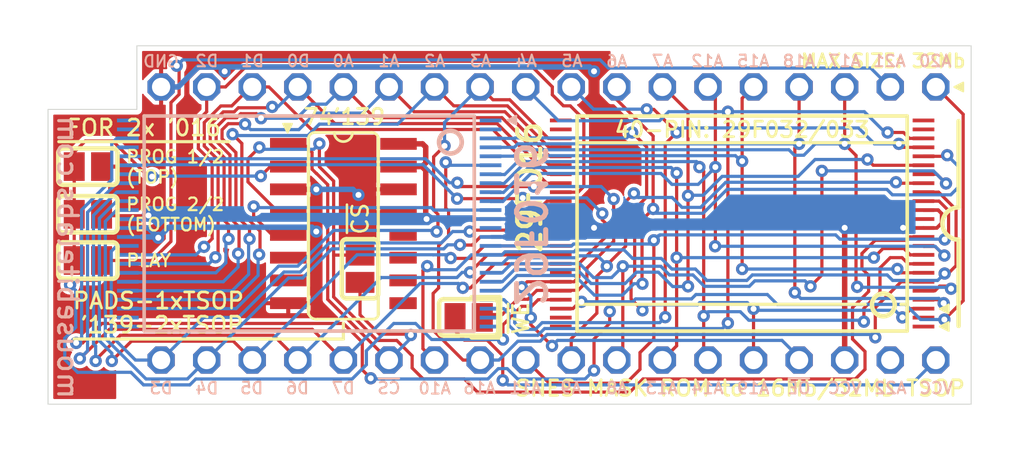
<source format=kicad_pcb>
(kicad_pcb (version 20240108) (generator "pcbnew") (generator_version "8.0")
  (layers (0 "F.Cu" signal) (31 "B.Cu" signal) (34 "B.Paste" user) (35 "F.Paste" user) (36 "B.SilkS" user "B.Silkscreen") (37 "F.SilkS" user "F.Silkscreen") (38 "B.Mask" user) (39 "F.Mask" user) (44 "Edge.Cuts" user))
  (net 0 "")
  (net 1 "GND")
  (net 2 "Net-(JP1-B)")
  (net 3 "+5V")
  (net 4 "/A_{21}")
  (net 5 "Net-(JP4-A)")
  (net 6 "/~{CE}_{0}")
  (net 7 "Net-(JP5-B)")
  (net 8 "/~{WE}")
  (net 9 "/D_{7}")
  (net 10 "/A_{8}")
  (net 11 "/A_{12}")
  (net 12 "/A_{16}")
  (net 13 "/A_{4}")
  (net 14 "/A_{17}")
  (net 15 "/A_{1}")
  (net 16 "/A_{19}")
  (net 17 "/D_{0}")
  (net 18 "/A_{7}")
  (net 19 "/A_{15}")
  (net 20 "/D_{2}")
  (net 21 "/A_{20}")
  (net 22 "/A_{18}")
  (net 23 "/A_{9}")
  (net 24 "/D_{6}")
  (net 25 "/A_{14}")
  (net 26 "/A_{2}")
  (net 27 "/A_{3}")
  (net 28 "/A_{6}")
  (net 29 "/D_{3}")
  (net 30 "/~{OE}")
  (net 31 "/D_{1}")
  (net 33 "/A_{13}")
  (net 34 "/D_{5}")
  (net 35 "/A_{0}")
  (net 36 "/A_{10}")
  (net 37 "/A_{5}")
  (net 38 "/D_{4}")
  (net 39 "/A_{11}")
  (net 60 "/~{CE}_{1}")
  (footprint "Bucketmouse:SJ" (layer "F.Cu") (at 140.039724 107.091162 90)
    (property "Reference" "JP4" (hide yes))
    (property "Value" "Jumper_2_Open")
  )
  (footprint "snes_to_tsop_1_4:48-TSOP" (layer "F.Cu") (at 161.336037 104.567037 180)
    (property "Reference" "U1" (hide yes))
    (property "Value" "29F016" (hide yes))
  )
  (footprint "Bucketmouse:SJ" (layer "F.Cu") (at 146.096037 109.805787 180)
    (property "Reference" "JP5" (hide yes))
    (property "Value" "Jumper_2_Open")
  )
  (footprint "snes_to_tsop_1_4:36-PDIP" (layer "F.Cu") (at 150.541037 104.567037)
    (property "Reference" "P1" (hide yes))
    (property "Value" "SNES Mask ROM" (hide yes))
  )
  (footprint "Bucketmouse:SJ" (layer "F.Cu") (at 124.871162 104.0511 180)
    (property "Reference" "JP1" (hide yes))
    (property "Value" "Jumper_2_Open")
  )
  (footprint "Bucketmouse:SJ" (layer "F.Cu") (at 124.871162 106.630787 180)
    (property "Reference" "JP2" (hide yes))
    (property "Value" "Jumper_2_Open")
  )
  (footprint "Bucketmouse:SJ" (layer "F.Cu") (at 124.871162 101.392037 180)
    (property "Reference" "JP3" (hide yes))
    (property "Value" "Jumper_2_Open")
  )
  (footprint "snes_to_tsop_1_4:SO16_MOD" (layer "F.Cu") (at 139.111037 104.567037 -90)
    (property "Reference" "U3" (hide yes))
    (property "Value" "74LS139" (hide yes))
  )
  (footprint "snes_to_tsop_1_4:48-TSOP" (layer "B.Cu") (at 137.206037 104.567037 180)
    (property "Reference" "U2" (hide yes))
    (property "Value" "29F016" (hide yes))
  )
  (gr_poly (pts (xy 148.75 99.05) (xy 148.25 98.8) (xy 148.75 98.55)) (stroke (width 0.1)) (fill solid) (layer "B.SilkS"))
  (gr_poly (pts (xy 135.75 99) (xy 136 99.5) (xy 136.25 99)) (stroke (width 0.1)) (fill solid) (layer "F.SilkS"))
  (gr_line (start 139.111037 110.123287) (end 139.111037 111.012287) (stroke (width 0.1778)) (layer "F.SilkS"))
  (gr_poly (pts (xy 172.85 110.063235) (xy 172.35 110.313235) (xy 172.85 110.563235)) (stroke (width 0.1)) (fill solid) (layer "F.SilkS"))
  (gr_line (start 137.166349 99.844225) (end 137.166349 109.60735) (stroke (width 0.1778)) (layer "F.SilkS"))
  (gr_line (start 152.128537 109.075537) (end 168.201974 109.075537) (stroke (width 0.1778)) (layer "F.SilkS"))
  (gr_line (start 152.128537 100.058537) (end 170.543537 100.058537) (stroke (width 0.1778)) (layer "F.SilkS"))
  (gr_poly (pts (xy 172.85 109.076471) (xy 172.35 109.326471) (xy 172.85 109.576471)) (stroke (width 0.1)) (fill solid) (layer "F.SilkS"))
  (gr_line (start 139.111037 111.012287) (end 124.109162 111.012287) (stroke (width 0.1778)) (layer "F.SilkS"))
  (gr_line (start 146.275 108.7) (end 147.825 108.7) (stroke (width 0.3)) (layer "F.SilkS"))
  (gr_poly (pts (xy 173.66 96.7) (xy 173.16 96.95) (xy 173.66 97.2)) (stroke (width 0.1)) (fill solid) (layer "F.SilkS"))
  (gr_line (start 170.543537 109.075537) (end 170.186349 109.075537) (stroke (width 0.1778)) (layer "F.SilkS"))
  (gr_line (start 146.275 110.9) (end 147.825 110.9) (stroke (width 0.3)) (layer "F.SilkS"))
  (gr_line (start 141.055724 99.844225) (end 141.055724 109.647037) (stroke (width 0.1778)) (layer "F.SilkS"))
  (gr_line (start 123.25 100) (end 132.75 100) (stroke (width 0.1778)) (layer "F.SilkS"))
  (gr_line (start 147.825 108.7) (end 147.825 110.9) (stroke (width 0.3)) (layer "F.SilkS"))
  (gr_line (start 127.6 94.65) (end 127.6 98.05) (stroke (width 0.05)) (layer "Edge.Cuts"))
  (gr_line (start 122.65 98.2) (end 122.65 114.65) (stroke (width 0.05)) (layer "Edge.Cuts"))
  (gr_line (start 127.6 98.05) (end 127.6 98.2) (stroke (width 0.05)) (layer "Edge.Cuts"))
  (gr_line (start 122.65 114.65) (end 174.1 114.65) (stroke (width 0.05)) (layer "Edge.Cuts"))
  (gr_line (start 174.1 114.65) (end 174.1 94.65) (stroke (width 0.05)) (layer "Edge.Cuts"))
  (gr_line (start 127.6 98.2) (end 122.65 98.2) (stroke (width 0.05)) (layer "Edge.Cuts"))
  (gr_line (start 174.1 94.65) (end 127.6 94.65) (stroke (width 0.05)) (layer "Edge.Cuts"))
  (gr_text "GND" (at 128.95 95.518287 0) (layer "B.SilkS") (effects (font (size 0.6477 0.6477) (thickness 0.1143)) (justify mirror)))
  (gr_text "D2" (at 131.5 95.5 0) (layer "B.SilkS") (effects (font (size 0.6477 0.6477) (thickness 0.1143)) (justify mirror)))
  (gr_text "D4" (at 131.5 113.763588 0) (layer "B.SilkS") (effects (font (size 0.6477 0.6477) (thickness 0.1143)) (justify mirror)))
  (gr_text "~{CS}" (at 141.65 113.75 0) (layer "B.SilkS") (effects (font (size 0.6477 0.6477) (thickness 0.1143)) (justify mirror)))
  (gr_text "A0" (at 139.1 95.5 0) (layer "B.SilkS") (effects (font (size 0.6477 0.6477) (thickness 0.1143)) (justify mirror)))
  (gr_text "A20" (at 172.1 95.5 0) (layer "B.SilkS") (effects (font (size 0.6477 0.6477) (thickness 0.1143)) (justify mirror)))
  (gr_text "A17" (at 167.05 95.5 0) (layer "B.SilkS") (effects (font (size 0.6477 0.6477) (thickness 0.1143)) (justify mirror)))
  (gr_text "A2" (at 144.2 95.5 0) (layer "B.SilkS") (effects (font (size 0.6477 0.6477) (thickness 0.1143)) (justify mirror)))
  (gr_text "A12" (at 159.4 95.5 0) (layer "B.SilkS") (effects (font (size 0.6477 0.6477) (thickness 0.1143)) (justify mirror)))
  (gr_text "D0" (at 136.6 95.5 0) (layer "B.SilkS") (effects (font (size 0.6477 0.6477) (thickness 0.1143)) (justify mirror)))
  (gr_text "A6" (at 154.35 95.518287 0) (layer "B.SilkS") (effects (font (size 0.6477 0.6477) (thickness 0.1143)) (justify mirror)))
  (gr_text "mousebitelabs.com" (at 123.1 106.45 270) (layer "B.SilkS") (effects (font (size 1.1 1.1) (thickness 0.175) (bold yes)) (justify bottom mirror)))
  (gr_text "A4" (at 149.3 95.5 0) (layer "B.SilkS") (effects (font (size 0.6477 0.6477) (thickness 0.1143)) (justify mirror)))
  (gr_text "A11" (at 149.25 113.75 0) (layer "B.SilkS") (effects (font (size 0.6477 0.6477) (thickness 0.1143)) (justify mirror)))
  (gr_text "A16" (at 146.7 113.75 0) (layer "B.SilkS") (effects (font (size 0.6477 0.6477) (thickness 0.1143)) (justify mirror)))
  (gr_text "D1" (at 134.05 95.5 0) (layer "B.SilkS") (effects (font (size 0.6477 0.6477) (thickness 0.1143)) (justify mirror)))
  (gr_text "A14" (at 159.4 113.75 0) (layer "B.SilkS") (effects (font (size 0.6477 0.6477) (thickness 0.1143)) (justify mirror)))
  (gr_text "A8" (at 154.35 113.75 0) (layer "B.SilkS") (effects (font (size 0.6477 0.6477) (thickness 0.1143)) (justify mirror)))
  (gr_text "D7" (at 139.1 113.75 0) (layer "B.SilkS") (effects (font (size 0.6477 0.6477) (thickness 0.1143)) (justify mirror)))
  (gr_text "D3" (at 128.95 113.75 0) (layer "B.SilkS") (effects (font (size 0.6477 0.6477) (thickness 0.1143)) (justify mirror)))
  (gr_text "A3" (at 146.75 95.5 0) (layer "B.SilkS") (effects (font (size 0.6477 0.6477) (thickness 0.1143)) (justify mirror)))
  (gr_text "A1" (at 141.65 95.5 0) (layer "B.SilkS") (effects (font (size 0.6477 0.6477) (thickness 0.1143)) (justify mirror)))
  (gr_text "VCC" (at 167.05 113.75 0) (layer "B.SilkS") (effects (font (size 0.6477 0.6477) (thickness 0.1143)) (justify mirror)))
  (gr_text "A21" (at 169.55 95.5 0) (layer "B.SilkS") (effects (font (size 0.6477 0.6477) (thickness 0.1143)) (justify mirror)))
  (gr_text "A7" (at 156.9 95.5 0) (layer "B.SilkS") (effects (font (size 0.6477 0.6477) (thickness 0.1143)) (justify mirror)))
  (gr_text "A22" (at 169.6 113.75 0) (layer "B.SilkS") (effects (font (size 0.6477 0.6477) (thickness 0.1143)) (justify mirror)))
  (gr_text "A19" (at 161.95 113.75 0) (layer "B.SilkS") (effects (font (size 0.6477 0.6477) (thickness 0.1143)) (justify mirror)))
  (gr_text "A15" (at 161.95 95.5 0) (layer "B.SilkS") (effects (font (size 0.6477 0.6477) (thickness 0.1143)) (justify mirror)))
  (gr_text "D5" (at 134 113.75 0) (layer "B.SilkS") (effects (font (size 0.6477 0.6477) (thickness 0.1143)) (justify mirror)))
  (gr_text "A5" (at 151.85 95.5 0) (layer "B.SilkS") (effects (font (size 0.6477 0.6477) (thickness 0.1143)) (justify mirror)))
  (gr_text "A18" (at 164.5 95.5 0) (layer "B.SilkS") (effects (font (size 0.6477 0.6477) (thickness 0.1143)) (justify mirror)))
  (gr_text "~{OE}" (at 164.5 113.75 0) (layer "B.SilkS") (effects (font (size 0.6477 0.6477) (thickness 0.1143)) (justify mirror)))
  (gr_text "D6" (at 136.55 113.75 0) (layer "B.SilkS") (effects (font (size 0.6477 0.6477) (thickness 0.1143)) (justify mirror)))
  (gr_text "A13" (at 156.85 113.75 0) (layer "B.SilkS") (effects (font (size 0.6477 0.6477) (thickness 0.1143)) (justify mirror)))
  (gr_text "VCC" (at 172.15 113.75 0) (layer "B.SilkS") (effects (font (size 0.6477 0.6477) (thickness 0.1143)) (justify mirror)))
  (gr_text "A10" (at 144.2 113.763588 0) (layer "B.SilkS") (effects (font (size 0.6477 0.6477) (thickness 0.1143)) (justify mirror)))
  (gr_text "A9" (at 151.8 113.75 0) (layer "B.SilkS") (effects (font (size 0.6477 0.6477) (thickness 0.1143)) (justify mirror)))
  (gr_text "29F016" (at 149.5 104.6 -90) (layer "B.SilkS") (effects (font (size 1.61925 1.61925) (thickness 0.28575)) (justify mirror)))
  (gr_text "74'139" (at 139.166599 98.613912 0) (layer "F.SilkS") (effects (font (size 0.8636 0.8636) (thickness 0.1524))))
  (gr_text "FOR 2x '016" (at 128 98.7 0) (layer "F.SilkS") (effects (font (size 0.9 0.9) (thickness 0.15) (bold yes)) (justify top)))
  (gr_text "29F016" (at 149.5 102.55 90) (layer "F.SilkS") (effects (font (size 1.2954 1.2954) (thickness 0.2286))))
  (gr_text "PROG 1/2\n(TOP)" (at 126.934912 101.407912 0) (layer "F.SilkS") (effects (font (size 0.701675 0.701675) (thickness 0.123825)) (justify left)))
  (gr_text "~{WE}" (at 149 109.85 90) (layer "F.SilkS") (effects (font (size 0.8636 0.8636) (thickness 0.1524))))
  (gr_text "~{CS}" (at 140.05 104.3 90) (layer "F.SilkS") (effects (font (size 0.9 0.9) (thickness 0.14))))
  (gr_text "PROG 2/2\n(BOTTOM)" (at 126.934912 104.066975 0) (layer "F.SilkS") (effects (font (size 0.701675 0.701675) (thickness 0.123825)) (justify left)))
  (gr_text "40-PIN: 29F032/033" (at 161.336037 99.328287 0) (layer "F.SilkS") (effects (font (size 0.8636 0.8636) (thickness 0.1524))))
  (gr_text "PADS-1xTSOP\n" (at 123.95 108.35 0) (layer "F.SilkS") (effects (font (size 0.9 0.9)) (justify left top)))
  (gr_text "SNES MASK ROM to 16Mb/32Mb TSOP" (at 148.6 114.266662 0) (layer "F.SilkS") (effects (font (size 0.8636 0.8636) (thickness 0.1524)) (justify left bottom)))
  (gr_text "PLAY" (at 126.942849 106.630787 0) (layer "F.SilkS") (effects (font (size 0.701675 0.701675) (thickness 0.123825)) (justify left)))
  (gr_text "'139-2xTSOP" (at 124.35 109.7 0) (layer "F.SilkS") (effects (font (size 0.9 0.9)) (justify left top)))
  (gr_text "MAX SIZE: 32Mb" (at 169.2 95.5 0) (layer "F.SilkS") (effects (font (size 0.75 0.75) (thickness 0.15) (bold yes))))
  (segment (start 153.160412 103.376412) (end 152.723849 103.812975) (width 0.3048) (layer "F.Cu") (net 1))
  (segment (start 153.081037 96.073912) (end 153.160412 96.153287) (width 0.3048) (layer "F.Cu") (net 1))
  (segment (start 137.599737 102.665212) (end 137.602912 102.662037) (width 0.3048) (layer "F.Cu") (net 1))
  (segment (start 151.969787 104.328912) (end 151.239162 104.328912) (width 0.1778) (layer "F.Cu") (net 1))
  (segment (start 151.239162 104.328912) (end 151.227287 104.317037) (width 0.1778) (layer "F.Cu") (net 1))
  (segment (start 152.723849 103.812975) (end 151.969787 103.812975) (width 0.3048) (layer "F.Cu") (net 1))
  (segment (start 137.599737 105.015537) (end 137.599737 102.665212) (width 0.3048) (layer "F.Cu") (net 1))
  (segment (start 136.037637 102.662037) (end 137.602912 102.662037) (width 0.3048) (layer "F.Cu") (net 1))
  (segment (start 151.969787 103.812975) (end 151.231349 103.812975) (width 0.1778) (layer "F.Cu") (net 1))
  (segment (start 151.231349 103.812975) (end 151.227287 103.817037) (width 0.1778) (layer "F.Cu") (net 1))
  (segment (start 153.160412 96.153287) (end 153.160412 103.376412) (width 0.3048) (layer "F.Cu") (net 1))
  (segment (start 152.723849 103.812975) (end 152.207912 104.328912) (width 0.3048) (layer "F.Cu") (net 1))
  (segment (start 137.599737 105.015537) (end 137.599737 108.618337) (width 0.3048) (layer "F.Cu") (net 1))
  (segment (start 141.293849 102.662037) (end 142.184437 102.662037) (width 0.3048) (layer "F.Cu") (net 1))
  (segment (start 152.207912 104.328912) (end 151.969787 104.328912) (width 0.3048) (layer "F.Cu") (net 1))
  (via (at 139.952412 102.9716) (size 0.6858) (drill 0.3302) (layers "F.Cu" "B.Cu") (net 1))
  (via (at 137.602912 102.662037) (size 0.6858) (drill 0.3302) (layers "F.Cu" "B.Cu") (net 1))
  (via (at 137.599737 105.015537) (size 0.6858) (drill 0.3302) (layers "F.Cu" "B.Cu") (net 1))
  (via (at 153.081037 96.073912) (size 0.6858) (drill 0.3302) (layers "F.Cu" "B.Cu") (net 1))
  (via (at 132.49468 96.080637) (size 0.6858) (drill 0.3302) (layers "F.Cu" "B.Cu") (net 1))
  (via (at 128.792287 105.360787) (size 0.6858) (drill 0.3302) (layers "F.Cu" "B.Cu") (net 1))
  (segment (start 153.081037 96.073912) (end 152.836562 95.829437) (width 0.3048) (layer "B.Cu") (net 1))
  (segment (start 128.248537 104.817037) (end 128.792287 105.360787) (width 0.3048) (layer "B.Cu") (net 1))
  (segment (start 131.021137 95.829437) (end 130.856037 95.994537) (width 0.3048) (layer "B.Cu") (net 1))
  (segment (start 130.952812 95.994537) (end 131.054412 95.892937) (width 0.1778) (layer "B.Cu") (net 1))
  (segment (start 128.792287 105.360787) (end 128.748537 105.317037) (width 0.3048) (layer "B.Cu") (net 1))
  (segment (start 129.378837 104.774237) (end 137.358437 104.774237) (width 0.3048) (layer "B.Cu") (net 1))
  (segment (start 128.748537 105.317037) (end 127.891037 105.317037) (width 0.3048) (layer "B.Cu") (net 1))
  (segment (start 129.378837 104.774237) (end 128.792287 105.360787) (width 0.3048) (layer "B.Cu") (net 1))
  (segment (start 127.891037 105.317037) (end 127.097287 105.317037) (width 0.2032) (layer "B.Cu") (net 1))
  (segment (start 137.358437 104.774237) (end 137.599737 105.015537) (width 0.3048) (layer "B.Cu") (net 1))
  (segment (start 152.836562 95.829437) (end 131.021137 95.829437) (width 0.3048) (layer "B.Cu") (net 1))
  (segment (start 131.054412 95.892937) (end 132.30698 95.892937) (width 0.1778) (layer "B.Cu") (net 1))
  (segment (start 127.891037 104.817037) (end 128.248537 104.817037) (width 0.3048) (layer "B.Cu") (net 1))
  (segment (start 137.602912 102.662037) (end 139.642849 102.662037) (width 0.3048) (layer "B.Cu") (net 1))
  (segment (start 129.903537 96.947037) (end 128.951037 96.947037) (width 0.3048) (layer "B.Cu") (net 1))
  (segment (start 139.952412 102.9716) (end 139.642849 102.662037) (width 0.3048) (layer "B.Cu") (net 1))
  (segment (start 127.097287 104.817037) (end 127.891037 104.817037) (width 0.2032) (layer "B.Cu") (net 1))
  (segment (start 130.856037 95.994537) (end 129.903537 96.947037) (width 0.3048) (layer "B.Cu") (net 1))
  (segment (start 130.856037 95.994537) (end 130.952812 95.994537) (width 0.1778) (layer "B.Cu") (net 1))
  (segment (start 132.30698 95.892937) (end 132.49468 96.080637) (width 0.1778) (layer "B.Cu") (net 1))
  (segment (start 134.507287 101.920675) (end 135.035924 101.392037) (width 0.1778) (layer "F.Cu") (net 2))
  (segment (start 128.45 101.95) (end 128.242518 101.95) (width 0.1778) (layer "F.Cu") (net 2))
  (segment (start 126.255805 99.963287) (end 124.728287 99.963287) (width 0.1778) (layer "F.Cu") (net 2))
  (segment (start 135.035924 101.392037) (end 136.037637 101.392037) (width 0.1778) (layer "F.Cu") (net 2))
  (segment (start 124.109162 101.392037) (end 124.109162 104.0511) (width 0.1778) (layer "F.Cu") (net 2))
  (segment (start 128.242518 101.95) (end 126.255805 99.963287) (width 0.1778) (layer "F.Cu") (net 2))
  (segment (start 124.728287 99.963287) (end 124.109162 100.582412) (width 0.1778) (layer "F.Cu") (net 2))
  (segment (start 124.109162 104.0511) (end 124.109162 106.630787) (width 0.1778) (layer "F.Cu") (net 2))
  (segment (start 124.109162 100.582412) (end 124.109162 101.392037) (width 0.1778) (layer "F.Cu") (net 2))
  (via (at 128.45 101.95) (size 0.6858) (drill 0.3302) (layers "F.Cu" "B.Cu") (net 2))
  (via (at 134.507287 101.920675) (size 0.6858) (drill 0.3302) (layers "F.Cu" "B.Cu") (net 2))
  (segment (start 128.45 101.95) (end 128.479325 101.920675) (width 0.1778) (layer "B.Cu") (net 2))
  (segment (start 128.479325 101.920675) (end 134.507287 101.920675) (width 0.1778) (layer "B.Cu") (net 2))
  (segment (start 171.432912 104.805162) (end 170.305412 104.805162) (width 0.1778) (layer "F.Cu") (net 3))
  (segment (start 167.051037 112.187037) (end 167.051037 104.805162) (width 0.3048) (layer "F.Cu") (net 3))
  (segment (start 152.973537 104.817037) (end 151.227287 104.817037) (width 0.2032) (layer "F.Cu") (net 3))
  (segment (start 128.247387 104.118537) (end 128.235449 104.130475) (width 0.1778) (layer "F.Cu") (net 3))
  (segment (start 143.7 101.184074) (end 143.7 100.3) (width 0.3048) (layer "F.Cu") (net 3))
  (segment (start 172.453337 104.009419) (end 172.453337 104.55) (width 0.2) (layer "F.Cu") (net 3))
  (segment (start 143.7 100.3) (end 143.522037 100.122037) (width 0.3048) (layer "F.Cu") (net 3))
  (segment (start 125.633162 104.0511) (end 125.712537 104.130475) (width 0.1778) (layer "F.Cu") (net 3))
  (segment (start 128.235449 104.130475) (end 125.712537 104.130475) (width 0.1778) (layer "F.Cu") (net 3))
  (segment (start 171.444787 104.817037) (end 171.432912 104.805162) (width 0.1778) (layer "F.Cu") (net 3))
  (segment (start 172.1863 104.817037) (end 171.444787 104.817037) (width 0.2) (layer "F.Cu") (net 3))
  (segment (start 172.453337 104.55) (end 172.1863 104.817037) (width 0.2) (layer "F.Cu") (net 3))
  (segment (start 143.7 101.6) (end 143.7 104.2705) (width 0.3048) (layer "F.Cu") (net 3))
  (segment (start 143.7 104.2705) (end 143.746537 104.317037) (width 0.3048) (layer "F.Cu") (net 3))
  (segment (start 152.985412 104.805162) (end 152.973537 104.817037) (width 0.2032) (layer "F.Cu") (net 3))
  (segment (start 143.492037 101.392037) (end 143.7 101.6) (width 0.3048) (layer "F.Cu") (net 3))
  (segment (start 171.444787 103.817037) (end 172.260955 103.817037) (width 0.2) (layer "F.Cu") (net 3))
  (segment (start 143.492037 101.392037) (end 143.7 101.184074) (width 0.3048) (layer "F.Cu") (net 3))
  (segment (start 142.184437 101.392037) (end 143.492037 101.392037) (width 0.3048) (layer "F.Cu") (net 3))
  (segment (start 143.522037 100.122037) (end 142.184437 100.122037) (width 0.3048) (layer "F.Cu") (net 3))
  (segment (start 171.444787 104.817037) (end 171.456662 104.805162) (width 0.1778) (layer "F.Cu") (net 3))
  (segment (start 153.081037 104.805162) (end 152.985412 104.805162) (width 0.2032) (layer "F.Cu") (net 3))
  (segment (start 172.260955 103.817037) (end 172.453337 104.009419) (width 0.2) (layer "F.Cu") (net 3))
  (via (at 143.746537 104.317037) (size 0.6858) (drill 0.3302) (layers "F.Cu" "B.Cu") (net 3))
  (via (at 167.051037 104.805162) (size 0.6858) (drill 0.3302) (layers "F.Cu" "B.Cu") (net 3))
  (via (at 153.081037 104.805162) (size 0.6858) (drill 0.3302) (layers "F.Cu" "B.Cu") (net 3))
  (via (at 128.247387 104.118537) (size 0.6858) (drill 0.3302) (layers "F.Cu" "B.Cu") (net 3))
  (via (at 170.305412 104.805162) (size 0.6858) (drill 0.3302) (layers "F.Cu" "B.Cu") (net 3))
  (segment (start 147.314787 104.317037) (end 148.028849 104.317037) (width 0.1778) (layer "B.Cu") (net 3))
  (segment (start 143.746537 104.317037) (end 127.891037 104.317037) (width 0.3048) (layer "B.Cu") (net 3))
  (segment (start 152.569162 105.317037) (end 153.081037 104.805162) (width 0.3048) (layer "B.Cu") (net 3))
  (segment (start 152.569162 105.317037) (end 148.108537 105.317037) (width 0.3048) (layer "B.Cu") (net 3))
  (segment (start 167.051037 104.805162) (end 170.305412 104.805162) (width 0.3048) (layer "B.Cu") (net 3))
  (segment (start 147.314787 105.317037) (end 148.108537 105.317037) (width 0.2032) (layer "B.Cu") (net 3))
  (segment (start 127.097287 104.317037) (end 127.891037 104.317037) (width 0.2032) (layer "B.Cu") (net 3))
  (segment (start 153.081037 104.805162) (end 167.051037 104.805162) (width 0.3048) (layer "B.Cu") (net 3))
  (segment (start 124.131012 107.732887) (end 123.877012 107.986887) (width 0.1778) (layer "F.Cu") (net 4))
  (segment (start 128.435099 106.630787) (end 125.633162 106.630787) (width 0.1778) (layer "F.Cu") (net 4))
  (segment (start 151.225987 108.818337) (end 149.968893 108.818337) (width 0.1778) (layer "F.Cu") (net 4))
  (segment (start 149.602155 109.185075) (end 149.042437 109.185075) (width 0.1778) (layer "F.Cu") (net 4))
  (segment (start 125.439455 107.732887) (end 124.131012 107.732887) (width 0.1778) (layer "F.Cu") (net 4))
  (segment (start 129.954337 95.896112) (end 129.954337 97.362619) (width 0.1778) (layer "F.Cu") (net 4))
  (segment (start 125.633162 106.630787) (end 125.633162 107.539181) (width 0.1778) (layer "F.Cu") (net 4))
  (segment (start 129.5 105.565886) (end 128.435099 106.630787) (width 0.1778) (layer "F.Cu") (net 4))
  (segment (start 129.954337 97.362619) (end 129.5 97.816956) (width 0.1778) (layer "F.Cu") (net 4))
  (segment (start 149.968893 108.818337) (end 149.602155 109.185075) (width 0.1778) (layer "F.Cu") (net 4))
  (segment (start 149.042437 109.185075) (end 148.004615 110.222897) (width 0.1778) (layer "F.Cu") (net 4))
  (segment (start 151.227287 108.817037) (end 151.225987 108.818337) (width 0.1778) (layer "F.Cu") (net 4))
  (segment (start 129.824162 95.765937) (end 129.954337 95.896112) (width 0.1778) (layer "F.Cu") (net 4))
  (segment (start 125.633162 107.539181) (end 125.439455 107.732887) (width 0.1778) (layer "F.Cu") (net 4))
  (segment (start 148.004615 110.222897) (end 148.004615 111.040459) (width 0.1778) (layer "F.Cu") (net 4))
  (segment (start 129.5 97.816956) (end 129.5 105.565886) (width 0.1778) (layer "F.Cu") (net 4))
  (via (at 148.004615 111.040459) (size 0.6858) (drill 0.3302) (layers "F.Cu" "B.Cu") (net 4))
  (via (at 129.824162 95.765937) (size 0.6858) (drill 0.3302) (layers "F.Cu" "B.Cu") (net 4))
  (via (at 123.877012 107.986887) (size 0.6858) (drill 0.3302) (layers "F.Cu" "B.Cu") (net 4))
  (segment (start 140.393737 111.666337) (end 140.393737 112.445862) (width 0.1778) (layer "B.Cu") (net 4))
  (segment (start 124.191712 110.357669) (end 124.191712 108.301587) (width 0.1778) (layer "B.Cu") (net 4))
  (segment (start 123.582112 110.967269) (end 124.191712 110.357669) (width 0.1778) (layer "B.Cu") (net 4))
  (segment (start 129.824162 95.765937) (end 130.154362 95.435737) (width 0.1778) (layer "B.Cu") (net 4))
  (segment (start 140.393737 112.445862) (end 139.598462 113.241137) (width 0.1778) (layer "B.Cu") (net 4))
  (segment (start 141.914937 110.145137) (end 140.393737 111.666337) (width 0.1778) (layer "B.Cu") (net 4))
  (segment (start 168.503662 95.892937) (end 153.877468 95.892937) (width 0.1778) (layer "B.Cu") (net 4))
  (segment (start 169.557762 96.947037) (end 168.503662 95.892937) (width 0.1778) (layer "B.Cu") (net 4))
  (segment (start 124.298662 112.871281) (end 123.582112 112.154731) (width 0.1778) (layer "B.Cu") (net 4))
  (segment (start 125.567768 112.869537) (end 125.566024 112.871281) (width 0.1778) (layer "B.Cu") (net 4))
  (segment (start 143.137368 110.145137) (end 141.914937 110.145137) (width 0.1778) (layer "B.Cu") (net 4))
  (segment (start 144.03269 111.040459) (end 143.137368 110.145137) (width 0.1778) (layer "B.Cu") (net 4))
  (segment (start 125.566024 112.871281) (end 124.298662 112.871281) (width 0.1778) (layer "B.Cu") (net 4))
  (segment (start 127.972637 113.571337) (end 127.270837 112.869537) (width 0.1778) (layer "B.Cu") (net 4))
  (segment (start 130.553518 113.571337) (end 127.972637 113.571337) (width 0.1778) (layer "B.Cu") (net 4))
  (segment (start 153.877468 95.892937) (end 153.420268 95.435737) (width 0.1778) (layer "B.Cu") (net 4))
  (segment (start 148.004615 111.040459) (end 144.03269 111.040459) (width 0.1778) (layer "B.Cu") (net 4))
  (segment (start 130.883718 113.241137) (end 130.553518 113.571337) (width 0.1778) (layer "B.Cu") (net 4))
  (segment (start 124.191712 108.301587) (end 123.877012 107.986887) (width 0.1778) (layer "B.Cu") (net 4))
  (segment (start 153.420268 95.435737) (end 130.154362 95.435737) (width 0.1778) (layer "B.Cu") (net 4))
  (segment (start 127.270837 112.869537) (end 125.567768 112.869537) (width 0.1778) (layer "B.Cu") (net 4))
  (segment (start 139.598462 113.241137) (end 130.883718 113.241137) (width 0.1778) (layer "B.Cu") (net 4))
  (segment (start 123.582112 112.154731) (end 123.582112 110.967269) (width 0.1778) (layer "B.Cu") (net 4))
  (segment (start 169.591037 96.947037) (end 169.557762 96.947037) (width 0.1778) (layer "B.Cu") (net 4))
  (segment (start 138.237912 102.399006) (end 138.237912 108.800587) (width 0.1778) (layer "F.Cu") (net 5))
  (segment (start 141.117637 110.739237) (end 140.039724 109.661325) (width 0.1778) (layer "F.Cu") (net 5))
  (segment (start 136.888537 100.122037) (end 136.037637 100.122037) (width 0.1778) (layer "F.Cu") (net 5))
  (segment (start 137.602912 101.773037) (end 137.611943 101.773037) (width 0.1778) (layer "F.Cu") (net 5))
  (segment (start 137.364787 101.534912) (end 137.364787 100.598287) (width 0.1778) (layer "F.Cu") (net 5))
  (segment (start 142.819437 110.739237) (end 141.117637 110.739237) (width 0.1778) (layer "F.Cu") (net 5))
  (segment (start 140.039724 107.853162) (end 140.039724 109.661325) (width 0.1778) (layer "F.Cu") (net 5))
  (segment (start 138.237912 108.800587) (end 141.624362 112.187037) (width 0.1778) (layer "F.Cu") (net 5))
  (segment (start 137.364787 100.598287) (end 136.888537 100.122037) (width 0.1778) (layer "F.Cu") (net 5))
  (segment (start 142.819437 110.739237) (end 142.870237 110.790037) (width 0.1778) (layer "F.Cu") (net 5))
  (segment (start 137.611943 101.773037) (end 138.237912 102.399006) (width 0.1778) (layer "F.Cu") (net 5))
  (segment (start 137.602912 101.773037) (end 137.364787 101.534912) (width 0.1778) (layer "F.Cu") (net 5))
  (segment (start 141.624362 112.187037) (end 141.651037 112.187037) (width 0.1778) (layer "F.Cu") (net 5))
  (via (at 142.870237 110.790037) (size 0.6858) (drill 0.3302) (layers "F.Cu" "B.Cu") (net 5))
  (segment (start 142.870237 110.790037) (end 142.870237 110.967837) (width 0.1778) (layer "B.Cu") (net 5))
  (segment (start 142.870237 110.967837) (end 141.651037 112.187037) (width 0.1778) (layer "B.Cu") (net 5))
  (segment (start 145.85523 113.241137) (end 143.556037 113.241137) (width 0.1778) (layer "F.Cu") (net 6))
  (segment (start 145.85523 113.241137) (end 146.587068 113.972975) (width 0.1778) (layer "F.Cu") (net 6))
  (segment (start 155.810262 113.241137) (end 167.646412 113.241137) (width 0.1778) (layer "F.Cu") (net 6))
  (segment (start 168.384537 108.362256) (end 167.487599 109.259194) (width 0.1778) (layer "F.Cu") (net 6))
  (segment (start 170.501768 105.506837) (end 168.745393 105.506837) (width 0.1778) (layer "F.Cu") (net 6))
  (segment (start 170.691568 105.317037) (end 170.501768 105.506837) (width 0.1778) (layer "F.Cu") (net 6))
  (segment (start 142.087662 111.09325) (end 140.997549 111.09325) (width 0.1778) (layer "F.Cu") (net 6))
  (segment (start 142.943262 111.94885) (end 142.087662 111.09325) (width 0.1778) (layer "F.Cu") (net 6))
  (segment (start 142.943262 112.628362) (end 142.943262 111.94885) (width 0.1778) (layer "F.Cu") (net 6))
  (segment (start 134.427912 100.320475) (end 133.792912 100.955475) (width 0.1778) (layer "F.Cu") (net 6))
  (segment (start 168.013062 107.083719) (end 168.384537 107.455194) (width 0.1778) (layer "F.Cu") (net 6))
  (segment (start 167.646412 113.241137) (end 168.184512 112.703037) (width 0.1778) (layer "F.Cu") (net 6))
  (segment (start 167.487599 109.259194) (end 167.487599 111.013812) (width 0.1778) (layer "F.Cu") (net 6))
  (segment (start 168.745393 105.506837) (end 168.013062 106.239169) (width 0.1778) (layer "F.Cu") (net 6))
  (segment (start 138.583987 106.329162) (end 138.568112 106.345037) (width 0.1778) (layer "F.Cu") (net 6))
  (segment (start 143.556037 113.241137) (end 142.943262 112.628362) (width 0.1778) (layer "F.Cu") (net 6))
  (segment (start 138.568112 106.345037) (end 138.568112 102.197394) (width 0.1778) (layer "F.Cu") (net 6))
  (segment (start 140.997549 111.09325) (end 138.568112 108.663812) (width 0.1778) (layer "F.Cu") (net 6))
  (segment (start 171.444787 105.317037) (end 170.691568 105.317037) (width 0.1778) (layer "F.Cu") (net 6))
  (segment (start 138.568112 102.197394) (end 137.774115 101.403397) (width 0.1778) (layer "F.Cu") (net 6))
  (segment (start 168.013062 106.239169) (end 168.013062 107.083719) (width 0.1778) (layer "F.Cu") (net 6))
  (segment (start 138.568112 108.663812) (end 138.568112 106.345037) (width 0.1778) (layer "F.Cu") (net 6))
  (segment (start 133.792912 100.955475) (end 133.792912 102.244256) (width 0.1778) (layer "F.Cu") (net 6))
  (segment (start 135.480693 103.932037) (end 136.037637 103.932037) (width 0.1778) (layer "F.Cu") (net 6))
  (segment (start 133.792912 102.244256) (end 135.480693 103.932037) (width 0.1778) (layer "F.Cu") (net 6))
  (segment (start 168.184512 111.710725) (end 167.487599 111.013812) (width 0.1778) (layer "F.Cu") (net 6))
  (segment (start 137.774115 101.403397) (end 137.774115 100.109584) (width 0.1778) (layer "F.Cu") (net 6))
  (segment (start 140.039724 106.329162) (end 138.583987 106.329162) (width 0.1778) (layer "F.Cu") (net 6))
  (segment (start 168.384537 107.455194) (end 168.384537 108.362256) (width 0.1778) (layer "F.Cu") (net 6))
  (segment (start 155.078424 113.972975) (end 155.810262 113.241137) (width 0.1778) (layer "F.Cu") (net 6))
  (segment (start 146.587068 113.972975) (end 155.078424 113.972975) (width 0.1778) (layer "F.Cu") (net 6))
  (segment (start 168.184512 112.703037) (end 168.184512 111.710725) (width 0.1778) (layer "F.Cu") (net 6))
  (via (at 137.774115 100.109584) (size 0.6858) (drill 0.3302) (layers "F.Cu" "B.Cu") (net 6))
  (via (at 134.427912 100.320475) (size 0.6858) (drill 0.3302) (layers "F.Cu" "B.Cu") (net 6))
  (segment (start 137.774115 100.109584) (end 137.456862 100.426837) (width 0.1778) (layer "B.Cu") (net 6))
  (segment (start 137.456862 100.426837) (end 134.321605 100.426837) (width 0.1778) (layer "B.Cu") (net 6))
  (segment (start 134.427912 100.320475) (end 134.321605 100.426837) (width 0.1778) (layer "B.Cu") (net 6))
  (segment (start 147.127912 111.075787) (end 147.992337 111.940212) (width 0.1778) (layer "F.Cu") (net 7))
  (segment (start 145.334037 110.551912) (end 145.857912 111.075787) (width 0.1778) (layer "F.Cu") (net 7))
  (segment (start 145.857912 111.075787) (end 147.127912 111.075787) (width 0.1778) (layer "F.Cu") (net 7))
  (segment (start 147.992337 111.940212) (end 147.992337 113.314494) (width 0.1778) (layer "F.Cu") (net 7))
  (segment (start 145.334037 109.805787) (end 145.334037 110.551912) (width 0.1778) (layer "F.Cu") (net 7))
  (via (at 147.992337 113.314494) (size 0.6858) (drill 0.3302) (layers "F.Cu" "B.Cu") (net 7))
  (segment (start 147.992337 113.314494) (end 148.026518 113.314494) (width 0.1778) (layer "B.Cu") (net 7))
  (segment (start 148.026518 113.314494) (end 148.283362 113.571337) (width 0.1778) (layer "B.Cu") (net 7))
  (segment (start 170.746737 113.571337) (end 172.131037 112.187037) (width 0.1778) (layer "B.Cu") (net 7))
  (segment (start 148.283362 113.571337) (end 170.746737 113.571337) (width 0.1778) (layer "B.Cu") (net 7))
  (segment (start 154.176412 105.560319) (end 152.684162 107.052569) (width 0.1778) (layer "F.Cu") (net 8))
  (segment (start 151.227287 108.317037) (end 151.250812 108.293512) (width 0.1778) (layer "F.Cu") (net 8))
  (segment (start 151.227287 108.317037) (end 151.207912 108.297662) (width 0.1778) (layer "F.Cu") (net 8))
  (segment (start 151.207912 108.297662) (end 149.890318 108.297662) (width 0.1778) (layer "F.Cu") (net 8))
  (segment (start 152.684162 107.799756) (end 152.684162 107.052569) (width 0.1778) (layer "F.Cu") (net 8))
  (segment (start 145.670915 102.504609) (end 149.730052 102.504609) (width 0.1778) (layer "F.Cu") (net 8))
  (segment (start 154.176412 103.201787) (end 154.176412 105.560319) (width 0.1778) (layer "F.Cu") (net 8))
  (segment (start 151.250812 108.293512) (end 152.190405 108.293512) (width 0.1778) (layer "F.Cu") (net 8))
  (segment (start 147.016787 109.647037) (end 146.858037 109.805787) (width 0.1778) (layer "F.Cu") (net 8))
  (segment (start 149.890318 108.297662) (end 149.394693 108.793287) (width 0.1778) (layer "F.Cu") (net 8))
  (segment (start 152.190405 108.293512) (end 152.684162 107.799756) (width 0.1778) (layer "F.Cu") (net 8))
  (segment (start 147.961349 109.647037) (end 147.016787 109.647037) (width 0.1778) (layer "F.Cu") (net 8))
  (segment (start 149.394693 108.793287) (end 148.815099 108.793287) (width 0.1778) (layer "F.Cu") (net 8))
  (segment (start 145.459343 102.293037) (end 145.670915 102.504609) (width 0.1778) (layer "F.Cu") (net 8))
  (segment (start 148.815099 108.793287) (end 147.961349 109.647037) (width 0.1778) (layer "F.Cu") (net 8))
  (via (at 149.730052 102.504609) (size 0.6858) (drill 0.3302) (layers "F.Cu" "B.Cu") (net 8))
  (via (at 145.459343 102.293037) (size 0.6858) (drill 0.3302) (layers "F.Cu" "B.Cu") (net 8))
  (via (at 154.176412 103.201787) (size 0.6858) (drill 0.3302) (layers "F.Cu" "B.Cu") (net 8))
  (segment (start 143.690724 100.955475) (end 145.028287 102.293037) (width 0.1778) (layer "B.Cu") (net 8))
  (segment (start 149.730052 102.504609) (end 153.479233 102.504609) (width 0.1778) (layer "B.Cu") (net 8))
  (segment (start 145.028287 102.293037) (end 145.459343 102.293037) (width 0.1778) (layer "B.Cu") (net 8))
  (segment (start 154.176412 103.201787) (end 153.479233 102.504609) (width 0.1778) (layer "B.Cu") (net 8))
  (segment (start 128.03363 100.817037) (end 128.172068 100.955475) (width 0.1778) (layer "B.Cu") (net 8))
  (segment (start 128.172068 100.955475) (end 143.690724 100.955475) (width 0.1778) (layer "B.Cu") (net 8))
  (segment (start 127.097287 100.817037) (end 128.03363 100.817037) (width 0.1778) (layer "B.Cu") (net 8))
  (segment (start 124.423487 112.098075) (end 124.445805 112.098075) (width 0.1778) (layer "F.Cu") (net 9))
  (segment (start 126.071343 110.472537) (end 124.445805 112.098075) (width 0.1778) (layer "F.Cu") (net 9))
  (segment (start 146.189593 108.163819) (end 147.536374 106.817037) (width 0.1778) (layer "F.Cu") (net 9))
  (segment (start 145.769555 108.1528) (end 145.780574 108.163819) (width 0.1778) (layer "F.Cu") (net 9))
  (segment (start 146.189593 108.163819) (end 145.780574 108.163819) (width 0.1778) (layer "F.Cu") (net 9))
  (segment (start 137.379137 110.472537) (end 126.071343 110.472537) (width 0.1778) (layer "F.Cu") (net 9))
  (segment (start 139.093637 112.187037) (end 137.379137 110.472537) (width 0.1778) (layer "F.Cu") (net 9))
  (segment (start 139.111037 112.187037) (end 139.093637 112.187037) (width 0.1778) (layer "F.Cu") (net 9))
  (segment (start 147.536374 106.817037) (end 151.227287 106.817037) (width 0.1778) (layer "F.Cu") (net 9))
  (via (at 124.423487 112.098075) (size 0.6858) (drill 0.3302) (layers "F.Cu" "B.Cu") (net 9))
  (via (at 145.769555 108.1528) (size 0.6858) (drill 0.3302) (layers "F.Cu" "B.Cu") (net 9))
  (segment (start 139.111037 112.187037) (end 143.384587 107.913487) (width 0.1778) (layer "B.Cu") (net 9))
  (segment (start 143.384587 107.913487) (end 145.530243 107.913487) (width 0.1778) (layer "B.Cu") (net 9))
  (segment (start 124.852112 103.940119) (end 124.852112 111.66945) (width 0.1778) (layer "B.Cu") (net 9))
  (segment (start 145.530243 107.913487) (end 145.769555 108.1528) (width 0.1778) (layer "B.Cu") (net 9))
  (segment (start 124.423487 112.098075) (end 124.852112 111.66945) (width 0.1778) (layer "B.Cu") (net 9))
  (segment (start 124.852112 103.940119) (end 126.475193 102.317037) (width 0.1778) (layer "B.Cu") (net 9))
  (segment (start 126.475193 102.317037) (end 127.097287 102.317037) (width 0.1778) (layer "B.Cu") (net 9))
  (segment (start 154.351037 112.187037) (end 154.370662 112.187037) (width 0.1778) (layer "F.Cu") (net 10))
  (segment (start 165.781037 101.630162) (end 165.781037 107.437237) (width 0.1778) (layer "F.Cu") (net 10))
  (segment (start 172.184068 101.817037) (end 171.444787 101.817037) (width 0.1778) (layer "F.Cu") (net 10))
  (segment (start 154.684412 106.952037) (end 154.684412 111.873287) (width 0.1778) (layer "F.Cu") (net 10))
  (segment (start 154.684412 111.873287) (end 154.370662 112.187037) (width 0.1778) (layer "F.Cu") (net 10))
  (segment (start 172.699115 102.332084) (end 172.184068 101.817037) (width 0.1778) (layer "F.Cu") (net 10))
  (segment (start 165.146037 108.072237) (end 165.781037 107.437237) (width 0.1778) (layer "F.Cu") (net 10))
  (via (at 165.146037 108.072237) (size 0.6858) (drill 0.3302) (layers "F.Cu" "B.Cu") (net 10))
  (via (at 154.684412 106.952037) (size 0.6858) (drill 0.3302) (layers "F.Cu" "B.Cu") (net 10))
  (via (at 172.699115 102.332084) (size 0.6858) (drill 0.3302) (layers "F.Cu" "B.Cu") (net 10))
  (via (at 165.781037 101.630162) (size 0.6858) (drill 0.3302) (layers "F.Cu" "B.Cu") (net 10))
  (segment (start 164.841237 107.767437) (end 165.146037 108.072237) (width 0.1778) (layer "B.Cu") (net 10))
  (segment (start 158.594668 107.437237) (end 159.229668 108.072237) (width 0.1778) (layer "B.Cu") (net 10))
  (segment (start 154.684412 106.961069) (end 154.058443 107.587037) (width 0.1778) (layer "B.Cu") (net 10))
  (segment (start 147.963624 107.317037) (end 147.314787 107.317037) (width 0.1778) (layer "B.Cu") (net 10))
  (segment (start 162.040643 107.767437) (end 164.841237 107.767437) (width 0.1778) (layer "B.Cu") (net 10))
  (segment (start 152.27673 106.807637) (end 148.473024 106.807637) (width 0.1778) (layer "B.Cu") (net 10))
  (segment (start 171.997193 101.630162) (end 172.699115 102.332084) (width 0.1778) (layer "B.Cu") (net 10))
  (segment (start 156.79978 106.952037) (end 157.28498 107.437237) (width 0.1778) (layer "B.Cu") (net 10))
  (segment (start 154.684412 106.952037) (end 156.79978 106.952037) (width 0.1778) (layer "B.Cu") (net 10))
  (segment (start 154.684412 106.952037) (end 154.684412 106.961069) (width 0.1778) (layer "B.Cu") (net 10))
  (segment (start 165.781037 101.630162) (end 171.997193 101.630162) (width 0.1778) (layer "B.Cu") (net 10))
  (segment (start 154.058443 107.587037) (end 153.05613 107.587037) (width 0.1778) (layer "B.Cu") (net 10))
  (segment (start 161.735843 108.072237) (end 162.040643 107.767437) (width 0.1778) (layer "B.Cu") (net 10))
  (segment (start 159.229668 108.072237) (end 161.735843 108.072237) (width 0.1778) (layer "B.Cu") (net 10))
  (segment (start 153.05613 107.587037) (end 152.27673 106.807637) (width 0.1778) (layer "B.Cu") (net 10))
  (segment (start 157.28498 107.437237) (end 158.594668 107.437237) (width 0.1778) (layer "B.Cu") (net 10))
  (segment (start 148.473024 106.807637) (end 147.963624 107.317037) (width 0.1778) (layer "B.Cu") (net 10))
  (segment (start 172.607287 106.352975) (end 172.602818 106.352975) (width 0.1778) (layer "F.Cu") (net 11))
  (segment (start 159.843787 101.417437) (end 159.843787 97.360281) (width 0.1778) (layer "F.Cu") (net 11))
  (segment (start 172.602818 106.352975) (end 172.090405 105.840562) (width 0.1778) (layer "F.Cu") (net 11))
  (segment (start 171.468312 105.840562) (end 171.444787 105.817037) (width 0.1778) (layer "F.Cu") (net 11))
  (segment (start 159.843787 97.360281) (end 159.431037 96.947531) (width 0.1778) (layer "F.Cu") (net 11))
  (segment (start 159.431037 96.947531) (end 159.431037 96.947037) (width 0.1778) (layer "F.Cu") (net 11))
  (segment (start 159.843787 105.821162) (end 159.827912 105.837037) (width 0.1778) (layer "F.Cu") (net 11))
  (segment (start 172.090405 105.840562) (end 171.468312 105.840562) (width 0.1778) (layer "F.Cu") (net 11))
  (segment (start 159.843787 101.417437) (end 159.843787 105.821162) (width 0.1778) (layer "F.Cu") (net 11))
  (via (at 159.843787 101.417437) (size 0.6858) (drill 0.3302) (layers "F.Cu" "B.Cu") (net 11))
  (via (at 159.827912 105.837037) (size 0.6858) (drill 0.3302) (layers "F.Cu" "B.Cu") (net 11))
  (via (at 172.607287 106.352975) (size 0.6858) (drill 0.3302) (layers "F.Cu" "B.Cu") (net 11))
  (segment (start 149.563593 101.773037) (end 156.812155 101.773037) (width 0.1778) (layer "B.Cu") (net 11))
  (segment (start 147.999905 103.336725) (end 147.334474 103.336725) (width 0.1778) (layer "B.Cu") (net 11))
  (segment (start 147.314787 103.317037) (end 147.334474 103.336725) (width 0.1778) (layer "B.Cu") (net 11))
  (segment (start 157.421755 102.382637) (end 158.887618 102.382637) (width 0.1778) (layer "B.Cu") (net 11))
  (segment (start 147.999905 103.336725) (end 149.563593 101.773037) (width 0.1778) (layer "B.Cu") (net 11))
  (segment (start 159.589787 101.671437) (end 159.843787 101.417437) (width 0.1778) (layer "B.Cu") (net 11))
  (segment (start 158.887618 102.382637) (end 159.589787 101.680469) (width 0.1778) (layer "B.Cu") (net 11))
  (segment (start 156.812155 101.773037) (end 157.421755 102.382637) (width 0.1778) (layer "B.Cu") (net 11))
  (segment (start 172.091349 105.837037) (end 172.607287 106.352975) (width 0.1778) (layer "B.Cu") (net 11))
  (segment (start 159.589787 101.680469) (end 159.589787 101.671437) (width 0.1778) (layer "B.Cu") (net 11))
  (segment (start 159.827912 105.837037) (end 172.091349 105.837037) (width 0.1778) (layer "B.Cu") (net 11))
  (segment (start 144.113637 108.468619) (end 144.113637 110.522137) (width 0.1778) (layer "F.Cu") (net 12))
  (segment (start 144.815312 101.153912) (end 144.815312 103.714731) (width 0.1778) (layer "F.Cu") (net 12))
  (segment (start 144.974062 105.244781) (end 144.418437 105.800406) (width 0.1778) (layer "F.Cu") (net 12))
  (segment (start 168.757599 109.2581) (end 170.198662 107.817037) (width 0.1778) (layer "F.Cu") (net 12))
  (segment (start 144.418437 105.800406) (end 144.418437 108.163819) (width 0.1778) (layer "F.Cu") (net 12))
  (segment (start 145.778537 112.187037) (end 146.731037 112.187037) (width 0.1778) (layer "F.Cu") (net 12))
  (segment (start 145.778537 112.187037) (end 144.113637 110.522137) (width 0.1778) (layer "F.Cu") (net 12))
  (segment (start 168.757599 109.2581) (end 168.757599 110.917037) (width 0.1778) (layer "F.Cu") (net 12))
  (segment (start 144.974062 103.873481) (end 144.974062 105.244781) (width 0.1778) (layer "F.Cu") (net 12))
  (segment (start 144.815312 103.714731) (end 144.974062 103.873481) (width 0.1778) (layer "F.Cu") (net 12))
  (segment (start 144.418437 108.163819) (end 144.113637 108.468619) (width 0.1778) (layer "F.Cu") (net 12))
  (segment (start 170.198662 107.817037) (end 171.444787 107.817037) (width 0.1778) (layer "F.Cu") (net 12))
  (via (at 168.757599 110.917037) (size 0.6858) (drill 0.3302) (layers "F.Cu" "B.Cu") (net 12))
  (via (at 144.815312 101.153912) (size 0.6858) (drill 0.3302) (layers "F.Cu" "B.Cu") (net 12))
  (segment (start 148.834412 111.132937) (end 147.780312 112.187037) (width 0.1778) (layer "B.Cu") (net 12))
  (segment (start 150.461662 110.758287) (end 150.087012 111.132937) (width 0.1778) (layer "B.Cu") (net 12))
  (segment (start 147.780312 112.187037) (end 146.731037 112.187037) (width 0.1778) (layer "B.Cu") (net 12))
  (segment (start 168.757599 110.917037) (end 168.598849 110.758287) (width 0.1778) (layer "B.Cu") (net 12))
  (segment (start 150.087012 111.132937) (end 148.834412 111.132937) (width 0.1778) (layer "B.Cu") (net 12))
  (segment (start 144.978437 101.317037) (end 144.815312 101.153912) (width 0.1778) (layer "B.Cu") (net 12))
  (segment (start 144.978437 101.317037) (end 147.314787 101.317037) (width 0.1778) (layer "B.Cu") (net 12))
  (segment (start 168.598849 110.758287) (end 150.461662 110.758287) (width 0.1778) (layer "B.Cu") (net 12))
  (segment (start 171.444787 99.817037) (end 170.660318 99.817037) (width 0.1778) (layer "F.Cu") (net 13))
  (segment (start 170.660318 99.817037) (end 170.330318 99.487037) (width 0.1778) (layer "F.Cu") (net 13))
  (segment (start 160.542287 110.123287) (end 160.542287 98.328162) (width 0.1778) (layer "F.Cu") (net 13))
  (segment (start 170.330318 99.487037) (end 169.445049 99.487037) (width 0.1778) (layer "F.Cu") (net 13))
  (via (at 160.542287 98.328162) (size 0.6858) (drill 0.3302) (layers "F.Cu" "B.Cu") (net 13))
  (via (at 160.542287 110.123287) (size 0.6858) (drill 0.3302) (layers "F.Cu" "B.Cu") (net 13))
  (via (at 169.445049 99.487037) (size 0.6858) (drill 0.3302) (layers "F.Cu" "B.Cu") (net 13))
  (segment (start 168.146168 98.328162) (end 160.542287 98.328162) (width 0.1778) (layer "B.Cu") (net 13))
  (segment (start 148.890337 110.802737) (end 148.329949 110.24235) (width 0.1778) (layer "B.Cu") (net 13))
  (segment (start 147.314787 109.317037) (end 148.05228 109.317037) (width 0.1778) (layer "B.Cu") (net 13))
  (segment (start 150.324887 110.428087) (end 149.950237 110.802737) (width 0.1778) (layer "B.Cu") (net 13))
  (segment (start 160.237487 110.428087) (end 150.324887 110.428087) (width 0.1778) (layer "B.Cu") (net 13))
  (segment (start 151.096599 98.834575) (end 156.734018 98.834575) (width 0.1778) (layer "B.Cu") (net 13))
  (segment (start 149.271037 96.947037) (end 149.271037 97.009012) (width 0.1778) (layer "B.Cu") (net 13))
  (segment (start 160.542287 110.123287) (end 160.237487 110.428087) (width 0.1778) (layer "B.Cu") (net 13))
  (segment (start 169.305043 99.487037) (end 168.146168 98.328162) (width 0.1778) (layer "B.Cu") (net 13))
  (segment (start 148.329949 110.24235) (end 148.329949 109.594706) (width 0.1778) (layer "B.Cu") (net 13))
  (segment (start 149.950237 110.802737) (end 148.890337 110.802737) (width 0.1778) (layer "B.Cu") (net 13))
  (segment (start 157.240287 98.328162) (end 156.734018 98.834575) (width 0.1778) (layer "B.Cu") (net 13))
  (segment (start 157.240287 98.328162) (end 160.542287 98.328162) (width 0.1778) (layer "B.Cu") (net 13))
  (segment (start 151.096599 98.834575) (end 149.271037 97.009012) (width 0.1778) (layer "B.Cu") (net 13))
  (segment (start 148.05228 109.317037) (end 148.329949 109.594706) (width 0.1778) (layer "B.Cu") (net 13))
  (segment (start 169.445049 99.487037) (end 169.305043 99.487037) (width 0.1778) (layer "B.Cu") (net 13))
  (segment (start 167.051037 96.947037) (end 167.051037 100.122037) (width 0.1778) (layer "F.Cu") (net 14))
  (segment (start 172.978762 108.20565) (end 172.832649 108.059537) (width 0.1778) (layer "F.Cu") (net 14))
  (segment (start 167.686037 100.771819) (end 167.686037 105.068194) (width 0.1778) (layer "F.Cu") (net 14))
  (segment (start 172.344255 108.059537) (end 172.086755 108.317037) (width 0.1778) (layer "F.Cu") (net 14))
  (segment (start 167.051037 100.136819) (end 167.686037 100.771819) (width 0.1778) (layer "F.Cu") (net 14))
  (segment (start 167.682862 108.1659) (end 167.749537 108.099225) (width 0.1778) (layer "F.Cu") (net 14))
  (segment (start 167.686037 105.068194) (end 167.682862 105.071369) (width 0.1778) (layer "F.Cu") (net 14))
  (segment (start 172.086755 108.317037) (end 171.444787 108.317037) (width 0.1778) (layer "F.Cu") (net 14))
  (segment (start 167.682862 105.071369) (end 167.682862 108.1659) (width 0.1778) (layer "F.Cu") (net 14))
  (segment (start 172.832649 108.059537) (end 172.344255 108.059537) (width 0.1778) (layer "F.Cu") (net 14))
  (segment (start 167.051037 100.122037) (end 167.051037 100.136819) (width 0.1778) (layer "F.Cu") (net 14))
  (via (at 167.051037 100.122037) (size 0.6858) (drill 0.3302) (layers "F.Cu" "B.Cu") (net 14))
  (via (at 172.978762 108.20565) (size 0.6858) (drill 0.3302) (layers "F.Cu" "B.Cu") (net 14))
  (via (at 167.749537 108.099225) (size 0.6858) (drill 0.3302) (layers "F.Cu" "B.Cu") (net 14))
  (segment (start 148.61168 100.809425) (end 147.322399 100.809425) (width 0.1778) (layer "B.Cu") (net 14))
  (segment (start 172.899324 108.126212) (end 172.978762 108.20565) (width 0.1778) (layer "B.Cu") (net 14))
  (segment (start 164.248005 100.757037) (end 164.774068 100.757037) (width 0.1778) (layer "B.Cu") (net 14))
  (segment (start 164.774068 100.757037) (end 165.409068 100.122037) (width 0.1778) (layer "B.Cu") (net 14))
  (segment (start 163.943205 100.452237) (end 148.968868 100.452237) (width 0.1778) (layer "B.Cu") (net 14))
  (segment (start 165.409068 100.122037) (end 167.051037 100.122037) (width 0.1778) (layer "B.Cu") (net 14))
  (segment (start 148.968868 100.452237) (end 148.61168 100.809425) (width 0.1778) (layer "B.Cu") (net 14))
  (segment (start 163.943205 100.452237) (end 164.248005 100.757037) (width 0.1778) (layer "B.Cu") (net 14))
  (segment (start 147.314787 100.817037) (end 147.322399 100.809425) (width 0.1778) (layer "B.Cu") (net 14))
  (segment (start 167.776524 108.126212) (end 167.749537 108.099225) (width 0.1778) (layer "B.Cu") (net 14))
  (segment (start 167.776524 108.126212) (end 172.899324 108.126212) (width 0.1778) (layer "B.Cu") (net 14))
  (segment (start 133.1214 104.115098) (end 133.1214 100.6094) (width 0.1778) (layer "F.Cu") (net 15))
  (segment (start 132.348352 99.340244) (end 132.690568 98.998028) (width 0.1778) (layer "F.Cu") (net 15))
  (segment (start 133.60559 98.998028) (end 133.631049 99.023487) (width 0.1778) (layer "F.Cu") (net 15))
  (segment (start 133.879399 105.421937) (end 133.879399 104.873097) (width 0.1778) (layer "F.Cu") (net 15))
  (segment (start 148.116487 98.331337) (end 150.602187 100.817037) (width 0.1778) (layer "F.Cu") (net 15))
  (segment (start 133.1214 100.6094) (end 132.348352 99.836352) (width 0.1778) (layer "F.Cu") (net 15))
  (segment (start 143.052737 98.331337) (end 148.116487 98.331337) (width 0.1778) (layer "F.Cu") (net 15))
  (segment (start 133.879399 104.873097) (end 133.1214 104.115098) (width 0.1778) (layer "F.Cu") (net 15))
  (segment (start 141.668437 96.947037) (end 143.052737 98.331337) (width 0.1778) (layer "F.Cu") (net 15))
  (segment (start 132.348352 99.836352) (end 132.348352 99.340244) (width 0.1778) (layer "F.Cu") (net 15))
  (segment (start 132.690568 98.998028) (end 133.60559 98.998028) (width 0.1778) (layer "F.Cu") (net 15))
  (segment (start 150.602187 100.817037) (end 151.227287 100.817037) (width 0.1778) (layer "F.Cu") (net 15))
  (segment (start 141.651037 96.947037) (end 141.668437 96.947037) (width 0.1778) (layer "F.Cu") (net 15))
  (via (at 133.879399 105.421937) (size 0.6858) (drill 0.3302) (layers "F.Cu" "B.Cu") (net 15))
  (via (at 133.631049 99.023487) (size 0.6858) (drill 0.3302) (layers "F.Cu" "B.Cu") (net 15))
  (segment (start 132.917318 108.317037) (end 127.097287 108.317037) (width 0.1778) (layer "B.Cu") (net 15))
  (segment (start 133.939518 99.328287) (end 136.631674 99.328287) (width 0.1778) (layer "B.Cu") (net 15))
  (segment (start 133.631049 99.023487) (end 133.634718 99.023487) (width 0.1778) (layer "B.Cu") (net 15))
  (segment (start 133.634718 99.023487) (end 133.939518 99.328287) (width 0.1778) (layer "B.Cu") (net 15))
  (segment (start 140.192124 98.40595) (end 141.651037 96.947037) (width 0.1778) (layer "B.Cu") (net 15))
  (segment (start 136.631674 99.328287) (end 137.554012 98.40595) (width 0.1778) (layer "B.Cu") (net 15))
  (segment (start 133.828599 107.405756) (end 132.917318 108.317037) (width 0.1778) (layer "B.Cu") (net 15))
  (segment (start 133.828599 105.472737) (end 133.828599 107.405756) (width 0.1778) (layer "B.Cu") (net 15))
  (segment (start 137.554012 98.40595) (end 140.192124 98.40595) (width 0.1778) (layer "B.Cu") (net 15))
  (segment (start 133.879399 105.421937) (end 133.828599 105.472737) (width 0.1778) (layer "B.Cu") (net 15))
  (segment (start 156.013396 103.094084) (end 155.346399 103.761081) (width 0.1778) (layer "F.Cu") (net 16))
  (segment (start 161.971037 112.187037) (end 161.971037 109.329537) (width 0.1778) (layer "F.Cu") (net 16))
  (segment (start 155.346399 107.46105) (end 155.144787 107.662662) (width 0.1778) (layer "F.Cu") (net 16))
  (segment (start 170.265724 109.805787) (end 170.754474 109.317037) (width 0.1778) (layer "F.Cu") (net 16))
  (segment (start 155.346399 103.761081) (end 155.346399 107.46105) (width 0.1778) (layer "F.Cu") (net 16))
  (segment (start 155.779787 109.408912) (end 155.144787 108.773912) (width 0.1778) (layer "F.Cu") (net 16))
  (segment (start 155.144787 107.662662) (end 155.144787 108.773912) (width 0.1778) (layer "F.Cu") (net 16))
  (segment (start 170.754474 109.317037) (end 171.444787 109.317037) (width 0.1778) (layer "F.Cu") (net 16))
  (segment (start 156.013396 100.295622) (end 156.013396 103.094084) (width 0.1778) (layer "F.Cu") (net 16))
  (segment (start 155.204812 99.487037) (end 156.013396 100.295622) (width 0.1778) (layer "F.Cu") (net 16))
  (via (at 161.971037 109.329537) (size 0.6858) (drill 0.3302) (layers "F.Cu" "B.Cu") (net 16))
  (via (at 170.265724 109.805787) (size 0.6858) (drill 0.3302) (layers "F.Cu" "B.Cu") (net 16))
  (via (at 155.204812 99.487037) (size 0.6858) (drill 0.3302) (layers "F.Cu" "B.Cu") (net 16))
  (via (at 155.779787 109.408912) (size 0.6858) (drill 0.3302) (layers "F.Cu" "B.Cu") (net 16))
  (segment (start 162.050412 109.408912) (end 169.854068 109.408912) (width 0.1778) (layer "B.Cu") (net 16))
  (segment (start 158.851355 109.104112) (end 158.97518 108.980287) (width 0.1778) (layer "B.Cu") (net 16))
  (segment (start 158.97518 108.980287) (end 161.621787 108.980287) (width 0.1778) (layer "B.Cu") (net 16))
  (segment (start 148.656224 99.817037) (end 147.314787 99.817037) (width 0.1778) (layer "B.Cu") (net 16))
  (segment (start 161.621787 108.980287) (end 161.971037 109.329537) (width 0.1778) (layer "B.Cu") (net 16))
  (segment (start 148.681424 99.791837) (end 148.656224 99.817037) (width 0.1778) (layer "B.Cu") (net 16))
  (segment (start 161.971037 109.329537) (end 162.050412 109.408912) (width 0.1778) (layer "B.Cu") (net 16))
  (segment (start 156.084587 109.104112) (end 158.851355 109.104112) (width 0.1778) (layer "B.Cu") (net 16))
  (segment (start 169.854068 109.408912) (end 170.250943 109.805787) (width 0.1778) (layer "B.Cu") (net 16))
  (segment (start 170.250943 109.805787) (end 170.265724 109.805787) (width 0.1778) (layer "B.Cu") (net 16))
  (segment (start 155.779787 109.408912) (end 156.084587 109.104112) (width 0.1778) (layer "B.Cu") (net 16))
  (segment (start 154.900012 99.791837) (end 148.681424 99.791837) (width 0.1778) (layer "B.Cu") (net 16))
  (segment (start 155.204812 99.487037) (end 154.900012 99.791837) (width 0.1778) (layer "B.Cu") (net 16))
  (segment (start 131.687952 100.1099) (end 131.687952 99.066696) (width 0.1778) (layer "F.Cu") (net 17))
  (segment (start 132.461 100.882948) (end 131.687952 100.1099) (width 0.1778) (layer "F.Cu") (net 17))
  (segment (start 132.710999 105.421937) (end 132.710999 104.638645) (width 0.1778) (layer "F.Cu") (net 17))
  (segment (start 131.687952 99.066696) (end 132.41702 98.337628) (width 0.1778) (layer "F.Cu") (net 17))
  (segment (start 132.710999 104.638645) (end 132.461 104.388646) (width 0.1778) (layer "F.Cu") (net 17))
  (segment (start 150.508837 101.817037) (end 151.227287 101.817037) (width 0.1778) (layer "F.Cu") (net 17))
  (segment (start 132.41702 98.337628) (end 133.02375 98.337628) (width 0.1778) (layer "F.Cu") (net 17))
  (segment (start 132.461 104.388646) (end 132.461 100.882948) (width 0.1778) (layer "F.Cu") (net 17))
  (segment (start 135.091487 98.109087) (end 135.142287 98.058287) (width 0.1778) (layer "F.Cu") (net 17))
  (segment (start 147.683537 98.991737) (end 150.508837 101.817037) (width 0.1778) (layer "F.Cu") (net 17))
  (segment (start 136.571037 96.947037) (end 136.588437 96.947037) (width 0.1778) (layer "F.Cu") (net 17))
  (segment (start 138.633137 98.991737) (end 147.683537 98.991737) (width 0.1778) (layer "F.Cu") (net 17))
  (segment (start 136.588437 96.947037) (end 138.633137 98.991737) (width 0.1778) (layer "F.Cu") (net 17))
  (segment (start 133.02375 98.337628) (end 133.252291 98.109087) (width 0.1778) (layer "F.Cu") (net 17))
  (segment (start 133.252291 98.109087) (end 135.091487 98.109087) (width 0.1778) (layer "F.Cu") (net 17))
  (via (at 132.710999 105.421937) (size 0.6858) (drill 0.3302) (layers "F.Cu" "B.Cu") (net 17))
  (via (at 135.142287 98.058287) (size 0.6858) (drill 0.3302) (layers "F.Cu" "B.Cu") (net 17))
  (segment (start 136.571037 96.947037) (end 135.459787 98.058287) (width 0.1778) (layer "B.Cu") (net 17))
  (segment (start 132.5626 106.7562) (end 132.001763 107.317037) (width 0.1778) (layer "B.Cu") (net 17))
  (segment (start 132.5626 105.570336) (end 132.5626 106.7562) (width 0.1778) (layer "B.Cu") (net 17))
  (segment (start 132.710999 105.421937) (end 132.5626 105.570336) (width 0.1778) (layer "B.Cu") (net 17))
  (segment (start 135.142287 98.058287) (end 135.459787 98.058287) (width 0.1778) (layer "B.Cu") (net 17))
  (segment (start 132.001763 107.317037) (end 127.097287 107.317037) (width 0.1778) (layer "B.Cu") (net 17))
  (segment (start 168.642912 101.317037) (end 168.321037 100.995162) (width 0.1778) (layer "F.Cu") (net 18))
  (segment (start 158.319787 103.017637) (end 158.319787 98.309606) (width 0.1778) (layer "F.Cu") (net 18))
  (segment (start 171.444787 101.317037) (end 168.642912 101.317037) (width 0.1778) (layer "F.Cu") (net 18))
  (segment (start 156.891037 96.947037) (end 156.957218 96.947037) (width 0.1778) (layer "F.Cu") (net 18))
  (segment (start 158.319787 98.309606) (end 156.957218 96.947037) (width 0.1778) (layer "F.Cu") (net 18))
  (segment (start 158.319787 103.017637) (end 158.319787 108.072237) (width 0.1778) (layer "F.Cu") (net 18))
  (via (at 158.319787 108.072237) (size 0.6858) (drill 0.3302) (layers "F.Cu" "B.Cu") (net 18))
  (via (at 158.319787 103.017637) (size 0.6858) (drill 0.3302) (layers "F.Cu" "B.Cu") (net 18))
  (via (at 168.321037 100.995162) (size 0.6858) (drill 0.3302) (layers "F.Cu" "B.Cu") (net 18))
  (segment (start 156.663005 107.282237) (end 157.465705 108.084937) (width 0.1778) (layer "B.Cu") (net 18))
  (segment (start 147.314787 107.817037) (end 147.970287 107.817037) (width 0.1778) (layer "B.Cu") (net 18))
  (segment (start 147.970287 107.817037) (end 148.649487 107.137837) (width 0.1778) (layer "B.Cu") (net 18))
  (segment (start 164.459993 101.934962) (end 160.224293 101.934962) (width 0.1778) (layer "B.Cu") (net 18))
  (segment (start 168.321037 100.995162) (end 165.399793 100.995162) (width 0.1778) (layer "B.Cu") (net 18))
  (segment (start 158.346774 102.99065) (end 158.319787 103.017637) (width 0.1778) (layer "B.Cu") (net 18))
  (segment (start 154.810837 107.917237) (end 155.445837 107.282237) (width 0.1778) (layer "B.Cu") (net 18))
  (segment (start 160.224293 101.934962) (end 159.168605 102.99065) (width 0.1778) (layer "B.Cu") (net 18))
  (segment (start 165.399793 100.995162) (end 164.459993 101.934962) (width 0.1778) (layer "B.Cu") (net 18))
  (segment (start 152.919355 107.917237) (end 154.810837 107.917237) (width 0.1778) (layer "B.Cu") (net 18))
  (segment (start 148.649487 107.137837) (end 152.139955 107.137837) (width 0.1778) (layer "B.Cu") (net 18))
  (segment (start 158.307087 108.084937) (end 157.465705 108.084937) (width 0.1778) (layer "B.Cu") (net 18))
  (segment (start 152.139955 107.137837) (end 152.919355 107.917237) (width 0.1778) (layer "B.Cu") (net 18))
  (segment (start 155.445837 107.282237) (end 156.663005 107.282237) (width 0.1778) (layer "B.Cu") (net 18))
  (segment (start 158.319787 108.072237) (end 158.307087 108.084937) (width 0.1778) (layer "B.Cu") (net 18))
  (segment (start 159.168605 102.99065) (end 158.346774 102.99065) (width 0.1778) (layer "B.Cu") (net 18))
  (segment (start 169.987912 107.107037) (end 170.197912 107.317037) (width 0.1778) (layer "F.Cu") (net 19))
  (segment (start 161.336037 101.087237) (end 161.336037 107.107037) (width 0.1778) (layer "F.Cu") (net 19))
  (segment (start 161.336037 97.582037) (end 161.971037 96.947037) (width 0.1778) (layer "F.Cu") (net 19))
  (segment (start 170.197912 107.317037) (end 171.444787 107.317037) (width 0.1778) (layer "F.Cu") (net 19))
  (segment (start 161.336037 101.087237) (end 161.336037 97.582037) (width 0.1778) (layer "F.Cu") (net 19))
  (via (at 161.336037 107.107037) (size 0.6858) (drill 0.3302) (layers "F.Cu" "B.Cu") (net 19))
  (via (at 161.336037 101.087237) (size 0.6858) (drill 0.3302) (layers "F.Cu" "B.Cu") (net 19))
  (via (at 169.987912 107.107037) (size 0.6858) (drill 0.3302) (layers "F.Cu" "B.Cu") (net 19))
  (segment (start 148.102505 101.8332) (end 149.153268 100.782437) (width 0.1778) (layer "B.Cu") (net 19))
  (segment (start 148.102505 101.8332) (end 147.330949 101.8332) (width 0.1778) (layer "B.Cu") (net 19))
  (segment (start 147.314787 101.817037) (end 147.330949 101.8332) (width 0.1778) (layer "B.Cu") (net 19))
  (segment (start 161.336037 107.107037) (end 169.987912 107.107037) (width 0.1778) (layer "B.Cu") (net 19))
  (segment (start 160.964562 100.782437) (end 161.269362 101.087237) (width 0.1778) (layer "B.Cu") (net 19))
  (segment (start 149.153268 100.782437) (end 160.964562 100.782437) (width 0.1778) (layer "B.Cu") (net 19))
  (segment (start 161.269362 101.087237) (end 161.336037 101.087237) (width 0.1778) (layer "B.Cu") (net 19))
  (segment (start 131.796599 101.152495) (end 131.027552 100.383448) (width 0.1778) (layer "F.Cu") (net 20))
  (segment (start 131.3434 105.8672) (end 131.796599 105.414001) (width 0.1778) (layer "F.Cu") (net 20))
  (segment (start 150.756937 96.942212) (end 150.756937 97.383662) (width 0.1778) (layer "F.Cu") (net 20))
  (segment (start 131.027552 98.793148) (end 131.491037 98.329663) (width 0.1778) (layer "F.Cu") (net 20))
  (segment (start 131.796599 105.414001) (end 131.796599 101.152495) (width 0.1778) (layer "F.Cu") (net 20))
  (segment (start 131.491037 98.329663) (end 131.491037 96.947037) (width 0.1778) (layer "F.Cu") (net 20))
  (segment (start 151.757062 98.001137) (end 152.512712 98.756787) (width 0.1778) (layer "F.Cu") (net 20))
  (segment (start 152.512712 98.756787) (end 152.512712 102.500112) (width 0.1778) (layer "F.Cu") (net 20))
  (segment (start 131.027552 100.383448) (end 131.027552 98.793148) (width 0.1778) (layer "F.Cu") (net 20))
  (segment (start 151.227287 102.817037) (end 152.195787 102.817037) (width 0.1778) (layer "F.Cu") (net 20))
  (segment (start 149.707662 95.892937) (end 150.756937 96.942212) (width 0.1778) (layer "F.Cu") (net 20))
  (segment (start 152.195787 102.817037) (end 152.512712 102.500112) (width 0.1778) (layer "F.Cu") (net 20))
  (segment (start 150.756937 97.383662) (end 151.374412 98.001137) (width 0.1778) (layer "F.Cu") (net 20))
  (segment (start 151.374412 98.001137) (end 151.757062 98.001137) (width 0.1778) (layer "F.Cu") (net 20))
  (segment (start 131.491037 96.947037) (end 132.540312 96.947037) (width 0.1778) (layer "F.Cu") (net 20))
  (segment (start 133.594412 95.892937) (end 149.707662 95.892937) (width 0.1778) (layer "F.Cu") (net 20))
  (segment (start 132.540312 96.947037) (end 133.594412 95.892937) (width 0.1778) (layer "F.Cu") (net 20))
  (via (at 131.3434 105.8672) (size 0.6858) (drill 0.3302) (layers "F.Cu" "B.Cu") (net 20))
  (segment (start 130.893563 106.317037) (end 127.097287 106.317037) (width 0.1778) (layer "B.Cu") (net 20))
  (segment (start 131.3434 105.8672) (end 130.893563 106.317037) (width 0.1778) (layer "B.Cu") (net 20))
  (segment (start 124.574299 111.2303) (end 124.217112 111.2303) (width 0.1778) (layer "F.Cu") (net 21))
  (segment (start 125.662262 110.142337) (end 124.574299 111.2303) (width 0.1778) (layer "F.Cu") (net 21))
  (segment (start 140.165137 111.194787) (end 139.112687 110.142337) (width 0.1778) (layer "F.Cu") (net 21))
  (segment (start 173.655037 108.8771) (end 173.655037 98.471037) (width 0.1778) (layer "F.Cu") (net 21))
  (segment (start 140.635037 113.203037) (end 140.165137 112.733137) (width 0.1778) (layer "F.Cu") (net 21))
  (segment (start 153.954162 110.137575) (end 153.954162 109.462887) (width 0.1778) (layer "F.Cu") (net 21))
  (segment (start 173.655037 98.471037) (end 172.131037 96.947037) (width 0.1778) (layer "F.Cu") (net 21))
  (segment (start 152.446037 108.773912) (end 152.446037 108.864012) (width 0.1778) (layer "F.Cu") (net 21))
  (segment (start 151.902912 109.317037) (end 152.446037 108.773912) (width 0.1778) (layer "F.Cu") (net 21))
  (segment (start 153.081037 112.766975) (end 153.081037 111.0107) (width 0.1778) (layer "F.Cu") (net 21))
  (segment (start 151.227287 109.317037) (end 151.902912 109.317037) (width 0.1778) (layer "F.Cu") (net 21))
  (segment (start 172.607287 109.92485) (end 173.655037 108.8771) (width 0.1778) (layer "F.Cu") (net 21))
  (segment (start 140.165137 112.733137) (end 140.165137 111.194787) (width 0.1778) (layer "F.Cu") (net 21))
  (segment (start 153.954162 110.137575) (end 153.081037 111.0107) (width 0.1778) (layer "F.Cu") (net 21))
  (segment (start 152.446037 108.864012) (end 152.377387 108.932662) (width 0.1778) (layer "F.Cu") (net 21))
  (segment (start 139.112687 110.142337) (end 125.662262 110.142337) (width 0.1778) (layer "F.Cu") (net 21))
  (via (at 152.377387 108.932662) (size 0.6858) (drill 0.3302) (layers "F.Cu" "B.Cu") (net 21))
  (via (at 124.217112 111.2303) (size 0.6858) (drill 0.3302) (layers "F.Cu" "B.Cu") (net 21))
  (via (at 140.635037 113.203037) (size 0.6858) (drill 0.3302) (layers "F.Cu" "B.Cu") (net 21))
  (via (at 172.607287 109.92485) (size 0.6858) (drill 0.3302) (layers "F.Cu" "B.Cu") (net 21))
  (via (at 153.954162 109.462887) (size 0.6858) (drill 0.3302) (layers "F.Cu" "B.Cu") (net 21))
  (via (at 153.081037 112.766975) (size 0.6858) (drill 0.3302) (layers "F.Cu" "B.Cu") (net 21))
  (segment (start 153.954162 109.462887) (end 153.954162 109.012037) (width 0.1778) (layer "B.Cu") (net 21))
  (segment (start 148.817012 113.241137) (end 148.239162 112.663287) (width 0.1778) (layer "B.Cu") (net 21))
  (segment (start 158.760618 108.529437) (end 162.743655 108.529437) (width 0.1778) (layer "B.Cu") (net 21))
  (segment (start 124.217112 111.2303) (end 124.521912 110.9255) (width 0.1778) (layer "B.Cu") (net 21))
  (segment (start 147.745512 112.663287) (end 147.167662 113.241137) (width 0.1778) (layer "B.Cu") (net 21))
  (segment (start 153.954162 109.012037) (end 154.033537 108.932662) (width 0.1778) (layer "B.Cu") (net 21))
  (segment (start 126.201187 100.091044) (end 126.475193 99.817037) (width 0.1778) (layer "B.Cu") (net 21))
  (segment (start 152.582562 113.241137) (end 148.817012 113.241137) (width 0.1778) (layer "B.Cu") (net 21))
  (segment (start 124.521912 103.803344) (end 126.201187 102.124069) (width 0.1778) (layer "B.Cu") (net 21))
  (segment (start 126.201187 102.124069) (end 126.201187 100.091044) (width 0.1778) (layer "B.Cu") (net 21))
  (segment (start 170.43668 109.078712) (end 171.282818 109.92485) (width 0.1778) (layer "B.Cu") (net 21))
  (segment (start 148.239162 112.663287) (end 147.745512 112.663287) (width 0.1778) (layer "B.Cu") (net 21))
  (segment (start 153.081037 112.742662) (end 153.081037 112.766975) (width 0.1778) (layer "B.Cu") (net 21))
  (segment (start 154.033537 108.932662) (end 155.239793 108.932662) (width 0.1778) (layer "B.Cu") (net 21))
  (segment (start 163.29293 109.078712) (end 170.43668 109.078712) (width 0.1778) (layer "B.Cu") (net 21))
  (segment (start 158.516143 108.773912) (end 158.760618 108.529437) (width 0.1778) (layer "B.Cu") (net 21))
  (segment (start 153.081037 112.742662) (end 152.582562 113.241137) (width 0.1778) (layer "B.Cu") (net 21))
  (segment (start 152.377387 108.932662) (end 154.033537 108.932662) (width 0.1778) (layer "B.Cu") (net 21))
  (segment (start 171.282818 109.92485) (end 172.607287 109.92485) (width 0.1778) (layer "B.Cu") (net 21))
  (segment (start 140.673137 113.241137) (end 140.635037 113.203037) (width 0.1778) (layer "B.Cu") (net 21))
  (segment (start 155.239793 108.932662) (end 155.398543 108.773912) (width 0.1778) (layer "B.Cu") (net 21))
  (segment (start 147.167662 113.241137) (end 140.673137 113.241137) (width 0.1778) (layer "B.Cu") (net 21))
  (segment (start 124.521912 110.9255) (end 124.521912 103.803344) (width 0.1778) (layer "B.Cu") (net 21))
  (segment (start 162.743655 108.529437) (end 163.29293 109.078712) (width 0.1778) (layer "B.Cu") (net 21))
  (segment (start 155.398543 108.773912) (end 158.516143 108.773912) (width 0.1778) (layer "B.Cu") (net 21))
  (segment (start 126.475193 99.817037) (end 127.097287 99.817037) (width 0.1778) (layer "B.Cu") (net 21))
  (segment (start 164.272912 100.360162) (end 164.272912 108.416725) (width 0.1778) (layer "F.Cu") (net 22))
  (segment (start 172.372599 108.817037) (end 171.444787 108.817037) (width 0.1778) (layer "F.Cu") (net 22))
  (segment (start 164.511037 100.122037) (end 164.511037 96.947037) (width 0.1778) (layer "F.Cu") (net 22))
  (segment (start 172.567599 109.012037) (end 172.372599 108.817037) (width 0.1778) (layer "F.Cu") (net 22))
  (segment (start 164.511037 100.122037) (end 164.272912 100.360162) (width 0.1778) (layer "F.Cu") (net 22))
  (via (at 164.272912 108.416725) (size 0.6858) (drill 0.3302) (layers "F.Cu" "B.Cu") (net 22))
  (via (at 172.567599 109.012037) (size 0.6858) (drill 0.3302) (layers "F.Cu" "B.Cu") (net 22))
  (via (at 164.511037 100.122037) (size 0.6858) (drill 0.3302) (layers "F.Cu" "B.Cu") (net 22))
  (segment (start 164.60678 108.748512) (end 172.304074 108.748512) (width 0.1778) (layer "B.Cu") (net 22))
  (segment (start 164.272912 108.416725) (end 164.274993 108.416725) (width 0.1778) (layer "B.Cu") (net 22))
  (segment (start 147.314787 100.317037) (end 148.637093 100.317037) (width 0.1778) (layer "B.Cu") (net 22))
  (segment (start 164.274993 108.416725) (end 164.60678 108.748512) (width 0.1778) (layer "B.Cu") (net 22))
  (segment (start 172.304074 108.748512) (end 172.567599 109.012037) (width 0.1778) (layer "B.Cu") (net 22))
  (segment (start 148.637093 100.317037) (end 148.832093 100.122037) (width 0.1778) (layer "B.Cu") (net 22))
  (segment (start 148.832093 100.122037) (end 164.511037 100.122037) (width 0.1778) (layer "B.Cu") (net 22))
  (segment (start 151.811037 110.996412) (end 151.811037 112.187037) (width 0.1778) (layer "F.Cu") (net 23))
  (segment (start 153.795412 106.952037) (end 153.239787 107.507662) (width 0.1778) (layer "F.Cu") (net 23))
  (segment (start 153.239787 109.567662) (end 151.811037 110.996412) (width 0.1778) (layer "F.Cu") (net 23))
  (segment (start 153.795412 106.884544) (end 153.795412 106.952037) (width 0.1778) (layer "F.Cu") (net 23))
  (segment (start 154.839987 105.839969) (end 153.795412 106.884544) (width 0.1778) (layer "F.Cu") (net 23))
  (segment (start 169.908537 102.265162) (end 169.960412 102.317037) (width 0.1778) (layer "F.Cu") (net 23))
  (segment (start 154.839987 103.347837) (end 154.839987 105.839969) (width 0.1778) (layer "F.Cu") (net 23))
  (segment (start 169.960412 102.317037) (end 171.444787 102.317037) (width 0.1778) (layer "F.Cu") (net 23))
  (segment (start 153.239787 107.507662) (end 153.239787 109.567662) (width 0.1778) (layer "F.Cu") (net 23))
  (segment (start 155.303537 102.884287) (end 154.839987 103.347837) (width 0.1778) (layer "F.Cu") (net 23))
  (via (at 153.795412 106.952037) (size 0.6858) (drill 0.3302) (layers "F.Cu" "B.Cu") (net 23))
  (via (at 155.303537 102.884287) (size 0.6858) (drill 0.3302) (layers "F.Cu" "B.Cu") (net 23))
  (via (at 169.908537 102.265162) (size 0.6858) (drill 0.3302) (layers "F.Cu" "B.Cu") (net 23))
  (segment (start 159.024393 103.665337) (end 160.424568 102.265162) (width 0.1778) (layer "B.Cu") (net 23))
  (segment (start 157.43188 103.114475) (end 157.982743 103.665337) (width 0.1778) (layer "B.Cu") (net 23))
  (segment (start 152.123137 106.477437) (end 152.229437 106.371137) (width 0.1778) (layer "B.Cu") (net 23))
  (segment (start 157.982743 103.665337) (end 159.024393 103.665337) (width 0.1778) (layer "B.Cu") (net 23))
  (segment (start 153.281187 106.371137) (end 153.795412 106.885362) (width 0.1778) (layer "B.Cu") (net 23))
  (segment (start 147.314787 106.817037) (end 147.956962 106.817037) (width 0.1778) (layer "B.Cu") (net 23))
  (segment (start 148.296562 106.477437) (end 152.123137 106.477437) (width 0.1778) (layer "B.Cu") (net 23))
  (segment (start 152.229437 106.371137) (end 153.281187 106.371137) (width 0.1778) (layer "B.Cu") (net 23))
  (segment (start 147.956962 106.817037) (end 148.296562 106.477437) (width 0.1778) (layer "B.Cu") (net 23))
  (segment (start 157.43188 103.114475) (end 155.533724 103.114475) (width 0.1778) (layer "B.Cu") (net 23))
  (segment (start 160.424568 102.265162) (end 169.908537 102.265162) (width 0.1778) (layer "B.Cu") (net 23))
  (segment (start 153.795412 106.885362) (end 153.795412 106.952037) (width 0.1778) (layer "B.Cu") (net 23))
  (segment (start 155.533724 103.114475) (end 155.303537 102.884287) (width 0.1778) (layer "B.Cu") (net 23))
  (segment (start 136.571037 112.187037) (end 136.571037 112.16475) (width 0.1778) (layer "F.Cu") (net 24))
  (segment (start 136.571037 112.16475) (end 135.209024 110.802737) (width 0.1778) (layer "F.Cu") (net 24))
  (segment (start 126.675055 110.802737) (end 125.30299 112.174803) (width 0.1778) (layer "F.Cu") (net 24))
  (segment (start 125.30299 112.236284) (end 125.30299 112.174803) (width 0.1778) (layer "F.Cu") (net 24))
  (segment (start 135.209024 110.802737) (end 126.675055 110.802737) (width 0.1778) (layer "F.Cu") (net 24))
  (segment (start 147.138343 106.317037) (end 151.227287 106.317037) (width 0.1778) (layer "F.Cu") (net 24))
  (segment (start 146.164687 107.290694) (end 147.138343 106.317037) (width 0.1778) (layer "F.Cu") (net 24))
  (via (at 125.30299 112.236284) (size 0.6858) (drill 0.3302) (layers "F.Cu" "B.Cu") (net 24))
  (via (at 146.164687 107.290694) (size 0.6858) (drill 0.3302) (layers "F.Cu" "B.Cu") (net 24))
  (segment (start 125.182312 104.109919) (end 126.475193 102.817037) (width 0.1778) (layer "B.Cu") (net 24))
  (segment (start 145.441037 107.583287) (end 145.73363 107.290694) (width 0.1778) (layer "B.Cu") (net 24))
  (segment (start 125.30299 112.236284) (end 125.30299 111.402847) (width 0.1778) (layer "B.Cu") (net 24))
  (segment (start 126.475193 102.817037) (end 127.097287 102.817037) (width 0.1778) (layer "B.Cu") (net 24))
  (segment (start 125.182312 111.282169) (end 125.182312 104.109919) (width 0.1778) (layer "B.Cu") (net 24))
  (segment (start 136.571037 112.187037) (end 136.607293 112.187037) (width 0.1778) (layer "B.Cu") (net 24))
  (segment (start 141.211043 107.583287) (end 136.607293 112.187037) (width 0.1778) (layer "B.Cu") (net 24))
  (segment (start 125.30299 111.402847) (end 125.182312 111.282169) (width 0.1778) (layer "B.Cu") (net 24))
  (segment (start 141.211043 107.583287) (end 145.441037 107.583287) (width 0.1778) (layer "B.Cu") (net 24))
  (segment (start 145.73363 107.290694) (end 146.164687 107.290694) (width 0.1778) (layer "B.Cu") (net 24))
  (segment (start 159.192912 101.655562) (end 159.192912 109.726412) (width 0.1778) (layer "F.Cu") (net 25))
  (segment (start 169.019537 107.043537) (end 169.019537 108.401944) (width 0.1778) (layer "F.Cu") (net 25))
  (segment (start 168.122599 109.298881) (end 168.122599 110.043912) (width 0.1778) (layer "F.Cu") (net 25))
  (segment (start 170.250943 106.472037) (end 169.591037 106.472037) (width 0.1778) (layer "F.Cu") (net 25))
  (segment (start 159.192912 109.726412) (end 159.192912 111.948912) (width 0.1778) (layer "F.Cu") (net 25))
  (segment (start 169.591037 106.472037) (end 169.019537 107.043537) (width 0.1778) (layer "F.Cu") (net 25))
  (segment (start 171.444787 106.817037) (end 170.595943 106.817037) (width 0.1778) (layer "F.Cu") (net 25))
  (segment (start 170.595943 106.817037) (end 170.250943 106.472037) (width 0.1778) (layer "F.Cu") (net 25))
  (segment (start 169.019537 108.401944) (end 168.122599 109.298881) (width 0.1778) (layer "F.Cu") (net 25))
  (segment (start 158.954787 101.417437) (end 159.192912 101.655562) (width 0.1778) (layer "F.Cu") (net 25))
  (segment (start 159.192912 111.948912) (end 159.431037 112.187037) (width 0.1778) (layer "F.Cu") (net 25))
  (via (at 168.122599 110.043912) (size 0.6858) (drill 0.3302) (layers "F.Cu" "B.Cu") (net 25))
  (via (at 158.954787 101.417437) (size 0.6858) (drill 0.3302) (layers "F.Cu" "B.Cu") (net 25))
  (via (at 159.192912 109.726412) (size 0.6858) (drill 0.3302) (layers "F.Cu" "B.Cu") (net 25))
  (segment (start 158.796037 101.112637) (end 158.954787 101.271387) (width 0.1778) (layer "B.Cu") (net 25))
  (segment (start 161.708005 109.964537) (end 168.043224 109.964537) (width 0.1778) (layer "B.Cu") (net 25))
  (segment (start 158.954787 101.271387) (end 158.954787 101.417437) (width 0.1778) (layer "B.Cu") (net 25))
  (segment (start 148.06948 102.3332) (end 149.290043 101.112637) (width 0.1778) (layer "B.Cu") (net 25))
  (segment (start 168.122599 110.043912) (end 168.043224 109.964537) (width 0.1778) (layer "B.Cu") (net 25))
  (segment (start 149.290043 101.112637) (end 158.796037 101.112637) (width 0.1778) (layer "B.Cu") (net 25))
  (segment (start 147.314787 102.317037) (end 147.330949 102.3332) (width 0.1778) (layer "B.Cu") (net 25))
  (segment (start 159.207693 109.726412) (end 159.445818 109.488287) (width 0.1778) (layer "B.Cu") (net 25))
  (segment (start 148.06948 102.3332) (end 147.330949 102.3332) (width 0.1778) (layer "B.Cu") (net 25))
  (segment (start 159.192912 109.726412) (end 159.207693 109.726412) (width 0.1778) (layer "B.Cu") (net 25))
  (segment (start 159.445818 109.488287) (end 161.231755 109.488287) (width 0.1778) (layer "B.Cu") (net 25))
  (segment (start 161.231755 109.488287) (end 161.708005 109.964537) (width 0.1778) (layer "B.Cu") (net 25))
  (segment (start 150.569162 100.317037) (end 148.253262 98.001137) (width 0.1778) (layer "F.Cu") (net 26))
  (segment (start 151.227287 100.317037) (end 150.569162 100.317037) (width 0.1778) (layer "F.Cu") (net 26))
  (segment (start 148.253262 98.001137) (end 145.262537 98.001137) (width 0.1778) (layer "F.Cu") (net 26))
  (segment (start 145.262537 98.001137) (end 144.208437 96.947037) (width 0.1778) (layer "F.Cu") (net 26))
  (segment (start 134.412799 106.299) (end 134.463599 106.2482) (width 0.1778) (layer "F.Cu") (net 26))
  (segment (start 134.463599 104.990323) (end 133.4516 103.978324) (width 0.1778) (layer "F.Cu") (net 26))
  (segment (start 133.4516 103.978324) (end 133.4516 100.101276) (width 0.1778) (layer "F.Cu") (net 26))
  (segment (start 133.4516 100.101276) (end 132.932552 99.582228) (width 0.1778) (layer "F.Cu") (net 26))
  (segment (start 134.463599 106.2482) (end 134.463599 104.990323) (width 0.1778) (layer "F.Cu") (net 26))
  (segment (start 144.208437 96.947037) (end 144.191037 96.947037) (width 0.1778) (layer "F.Cu") (net 26))
  (via (at 134.412799 106.299) (size 0.6858) (drill 0.3302) (layers "F.Cu" "B.Cu") (net 26))
  (via (at 132.932552 99.582228) (size 0.6858) (drill 0.3302) (layers "F.Cu" "B.Cu") (net 26))
  (segment (start 133.01083 99.658487) (end 137.133574 99.658487) (width 0.1778) (layer "B.Cu") (net 26))
  (segment (start 134.412799 106.299) (end 134.357237 106.354562) (width 0.1778) (layer "B.Cu") (net 26))
  (segment (start 132.934571 99.582228) (end 133.01083 99.658487) (width 0.1778) (layer "B.Cu") (net 26))
  (segment (start 144.191037 96.969325) (end 142.138462 99.0219) (width 0.1778) (layer "B.Cu") (net 26))
  (segment (start 132.932552 99.582228) (end 132.934571 99.582228) (width 0.1778) (layer "B.Cu") (net 26))
  (segment (start 137.133574 99.658487) (end 137.770162 99.0219) (width 0.1778) (layer "B.Cu") (net 26))
  (segment (start 134.357237 106.354562) (end 134.357237 107.463156) (width 0.1778) (layer "B.Cu") (net 26))
  (segment (start 133.003355 108.817037) (end 127.097287 108.817037) (width 0.1778) (layer "B.Cu") (net 26))
  (segment (start 134.357237 107.463156) (end 133.003355 108.817037) (width 0.1778) (layer "B.Cu") (net 26))
  (segment (start 144.191037 96.947037) (end 144.191037 96.969325) (width 0.1778) (layer "B.Cu") (net 26))
  (segment (start 137.770162 99.0219) (end 142.138462 99.0219) (width 0.1778) (layer "B.Cu") (net 26))
  (segment (start 144.75 100.23475) (end 144.140237 100.844513) (width 0.1778) (layer "F.Cu") (net 27))
  (segment (start 144.381537 104.054006) (end 144.381537 104.937256) (width 0.1778) (layer "F.Cu") (net 27))
  (segment (start 146.731037 96.947037) (end 147.445412 97.661412) (width 0.1778) (layer "F.Cu") (net 27))
  (segment (start 144.305274 105.013519) (end 144.305274 105.015537) (width 0.1778) (layer "F.Cu") (net 27))
  (segment (start 144.140237 103.812706) (end 144.381537 104.054006) (width 0.1778) (layer "F.Cu") (net 27))
  (segment (start 150.536137 99.817037) (end 148.380512 97.661412) (width 0.1778) (layer "F.Cu") (net 27))
  (segment (start 151.227287 99.817037) (end 150.536137 99.817037) (width 0.1778) (layer "F.Cu") (net 27))
  (segment (start 148.380512 97.661412) (end 147.445412 97.661412) (width 0.1778) (layer "F.Cu") (net 27))
  (segment (start 144.381537 104.937256) (end 144.305274 105.013519) (width 0.1778) (layer "F.Cu") (net 27))
  (segment (start 144.140237 100.844513) (end 144.140237 103.812706) (width 0.1778) (layer "F.Cu") (net 27))
  (via (at 144.75 100.23475) (size 0.6858) (drill 0.3302) (layers "F.Cu" "B.Cu") (net 27))
  (via (at 144.305274 105.015537) (size 0.6858) (drill 0.3302) (layers "F.Cu" "B.Cu") (net 27))
  (segment (start 135.50183 106.944287) (end 136.569018 106.944287) (width 0.1778) (layer "B.Cu") (net 27))
  (segment (start 127.097287 109.317037) (end 133.12908 109.317037) (width 0.1778) (layer "B.Cu") (net 27))
  (segment (start 144.241774 104.952037) (end 144.305274 105.015537) (width 0.1778) (layer "B.Cu") (net 27))
  (segment (start 144.75 98.921724) (end 146.724687 96.947037) (width 0.1778) (layer "B.Cu") (net 27))
  (segment (start 144.75 100.23475) (end 144.75 98.921724) (width 0.1778) (layer "B.Cu") (net 27))
  (segment (start 146.724687 96.947037) (end 146.731037 96.947037) (width 0.1778) (layer "B.Cu") (net 27))
  (segment (start 138.561268 104.952037) (end 144.241774 104.952037) (width 0.1778) (layer "B.Cu") (net 27))
  (segment (start 136.569018 106.944287) (end 138.561268 104.952037) (width 0.1778) (layer "B.Cu") (net 27))
  (segment (start 133.12908 109.317037) (end 135.50183 106.944287) (width 0.1778) (layer "B.Cu") (net 27))
  (segment (start 156.375099 99.685475) (end 156.375099 103.749475) (width 0.1778) (layer "F.Cu") (net 28))
  (segment (start 156.375099 99.685475) (end 154.351037 97.661412) (width 0.1778) (layer "F.Cu") (net 28))
  (segment (start 155.755974 104.3686) (end 156.375099 103.749475) (width 0.1778) (layer "F.Cu") (net 28))
  (segment (start 172.706037 100.817037) (end 172.766037 100.757037) (width 0.1778) (layer "F.Cu") (net 28))
  (segment (start 155.779787 107.925694) (end 155.755974 107.901881) (width 0.1778) (layer "F.Cu") (net 28))
  (segment (start 155.755974 104.3686) (end 155.755974 107.901881) (width 0.1778) (layer "F.Cu") (net 28))
  (segment (start 154.351037 96.947037) (end 154.351037 97.661412) (width 0.1778) (layer "F.Cu") (net 28))
  (segment (start 171.444787 100.817037) (end 172.706037 100.817037) (width 0.1778) (layer "F.Cu") (net 28))
  (via (at 156.375099 103.749475) (size 0.6858) (drill 0.3302) (layers "F.Cu" "B.Cu") (net 28))
  (via (at 172.766037 100.757037) (size 0.6858) (drill 0.3302) (layers "F.Cu" "B.Cu") (net 28))
  (via (at 155.779787 107.925694) (size 0.6858) (drill 0.3302) (layers "F.Cu" "B.Cu") (net 28))
  (segment (start 160.494668 102.662037) (end 159.161168 103.995537) (width 0.1778) (layer "B.Cu") (net 28))
  (segment (start 172.962149 102.967081) (end 169.712424 102.967081) (width 0.1778) (layer "B.Cu") (net 28))
  (segment (start 169.40738 102.662037) (end 160.494668 102.662037) (width 0.1778) (layer "B.Cu") (net 28))
  (segment (start 172.766037 100.757037) (end 173.401037 101.392037) (width 0.1778) (layer "B.Cu") (net 28))
  (segment (start 154.664293 108.564937) (end 153.10008 108.564937) (width 0.1778) (layer "B.Cu") (net 28))
  (segment (start 169.712424 102.967081) (end 169.40738 102.662037) (width 0.1778) (layer "B.Cu") (net 28))
  (segment (start 155.303537 107.925694) (end 154.664293 108.564937) (width 0.1778) (layer "B.Cu") (net 28))
  (segment (start 159.161168 103.995537) (end 156.375099 103.995537) (width 0.1778) (layer "B.Cu") (net 28))
  (segment (start 153.10008 108.564937) (end 152.00318 107.468037) (width 0.1778) (layer "B.Cu") (net 28))
  (segment (start 156.375099 103.995537) (end 156.375099 103.749475) (width 0.1778) (layer "B.Cu") (net 28))
  (segment (start 148.786262 107.468037) (end 147.937262 108.317037) (width 0.1778) (layer "B.Cu") (net 28))
  (segment (start 147.937262 108.317037) (end 147.314787 108.317037) (width 0.1778) (layer "B.Cu") (net 28))
  (segment (start 173.401037 102.528194) (end 172.962149 102.967081) (width 0.1778) (layer "B.Cu") (net 28))
  (segment (start 155.779787 107.925694) (end 155.303537 107.925694) (width 0.1778) (layer "B.Cu") (net 28))
  (segment (start 173.401037 101.392037) (end 173.401037 102.528194) (width 0.1778) (layer "B.Cu") (net 28))
  (segment (start 152.00318 107.468037) (end 148.786262 107.468037) (width 0.1778) (layer "B.Cu") (net 28))
  (segment (start 150.464649 103.317037) (end 148.845524 104.936162) (width 0.1778) (layer "F.Cu") (net 29))
  (segment (start 150.464649 103.317037) (end 151.227287 103.317037) (width 0.1778) (layer "F.Cu") (net 29))
  (segment (start 146.226149 104.936162) (end 146.146774 105.015537) (width 0.1778) (layer "F.Cu") (net 29))
  (segment (start 148.845524 104.936162) (end 146.226149 104.936162) (width 0.1778) (layer "F.Cu") (net 29))
  (via (at 146.146774 105.015537) (size 0.6858) (drill 0.3302) (layers "F.Cu" "B.Cu") (net 29))
  (segment (start 138.329743 105.650537) (end 144.568305 105.650537) (width 0.1778) (layer "B.Cu") (net 29))
  (segment (start 146.146774 105.015537) (end 145.203305 105.015537) (width 0.1778) (layer "B.Cu") (net 29))
  (segment (start 127.522287 112.187037) (end 126.172912 110.837662) (width 0.1778) (layer "B.Cu") (net 29))
  (segment (start 126.172912 110.837662) (end 126.172912 106.119319) (width 0.1778) (layer "B.Cu") (net 29))
  (segment (start 145.203305 105.015537) (end 144.568305 105.650537) (width 0.1778) (layer "B.Cu") (net 29))
  (segment (start 126.475193 105.817037) (end 127.097287 105.817037) (width 0.1778) (layer "B.Cu") (net 29))
  (segment (start 135.797355 107.274487) (end 133.266055 109.805787) (width 0.1778) (layer "B.Cu") (net 29))
  (segment (start 135.797355 107.274487) (end 136.705793 107.274487) (width 0.1778) (layer "B.Cu") (net 29))
  (segment (start 128.951037 112.187037) (end 127.522287 112.187037) (width 0.1778) (layer "B.Cu") (net 29))
  (segment (start 133.266055 109.805787) (end 131.332287 109.805787) (width 0.1778) (layer "B.Cu") (net 29))
  (segment (start 126.172912 106.119319) (end 126.475193 105.817037) (width 0.1778) (layer "B.Cu") (net 29))
  (segment (start 136.705793 107.274487) (end 138.329743 105.650537) (width 0.1778) (layer "B.Cu") (net 29))
  (segment (start 128.951037 112.187037) (end 131.332287 109.805787) (width 0.1778) (layer "B.Cu") (net 29))
  (segment (start 149.559468 110.213281) (end 150.739474 111.393287) (width 0.1778) (layer "F.Cu") (net 30))
  (segment (start 151.968443 107.817037) (end 152.242449 107.543031) (width 0.1778) (layer "F.Cu") (net 30))
  (segment (start 145.450312 103.182037) (end 149.065387 103.182037) (width 0.1778) (layer "F.Cu") (net 30))
  (segment (start 153.541412 104.367506) (end 153.541412 104.0083) (width 0.1778) (layer "F.Cu") (net 30))
  (segment (start 152.242449 107.543031) (end 152.242449 106.801875) (width 0.1778) (layer "F.Cu") (net 30))
  (segment (start 151.227287 107.817037) (end 151.968443 107.817037) (width 0.1778) (layer "F.Cu") (net 30))
  (segment (start 149.065387 103.182037) (end 149.107818 103.139606) (width 0.1778) (layer "F.Cu") (net 30))
  (segment (start 149.559468 109.820075) (end 149.559468 110.213281) (width 0.1778) (layer "F.Cu") (net 30))
  (segment (start 149.354787 107.817037) (end 149.053224 108.1186) (width 0.1778) (layer "F.Cu") (net 30))
  (segment (start 153.716037 105.328287) (end 153.716037 104.542131) (width 0.1778) (layer "F.Cu") (net 30))
  (segment (start 151.227287 107.817037) (end 149.354787 107.817037) (width 0.1778) (layer "F.Cu") (net 30))
  (segment (start 153.716037 104.542131) (end 153.541412 104.367506) (width 0.1778) (layer "F.Cu") (net 30))
  (segment (start 149.052287 108.1186) (end 149.053224 108.1186) (width 0.1778) (layer "F.Cu") (net 30))
  (segment (start 152.242449 106.801875) (end 153.716037 105.328287) (width 0.1778) (layer "F.Cu") (net 30))
  (via (at 149.559468 109.820075) (size 0.6858) (drill 0.3302) (layers "F.Cu" "B.Cu") (net 30))
  (via (at 145.450312 103.182037) (size 0.6858) (drill 0.3302) (layers "F.Cu" "B.Cu") (net 30))
  (via (at 153.541412 104.0083) (size 0.6858) (drill 0.3302) (layers "F.Cu" "B.Cu") (net 30))
  (via (at 149.107818 103.139606) (size 0.6858) (drill 0.3302) (layers "F.Cu" "B.Cu") (net 30))
  (via (at 150.739474 111.393287) (size 0.6858) (drill 0.3302) (layers "F.Cu" "B.Cu") (net 30))
  (via (at 149.052287 108.1186) (size 0.6858) (drill 0.3302) (layers "F.Cu" "B.Cu") (net 30))
  (segment (start 153.541412 104.0083) (end 152.672718 103.139606) (width 0.1778) (layer "B.Cu") (net 30))
  (segment (start 128.184274 101.285675) (end 143.553949 101.285675) (width 0.1778) (layer "B.Cu") (net 30))
  (segment (start 127.101662 101.312662) (end 128.157287 101.312662) (width 0.1778) (layer "B.Cu") (net 30))
  (segment (start 149.052287 108.1186) (end 149.052287 108.122269) (width 0.1778) (layer "B.Cu") (net 30))
  (segment (start 164.511037 112.040987) (end 164.511037 112.187037) (width 0.1778) (layer "B.Cu") (net 30))
  (segment (start 152.672718 103.139606) (end 149.107818 103.139606) (width 0.1778) (layer "B.Cu") (net 30))
  (segment (start 128.157287 101.312662) (end 128.184274 101.285675) (width 0.1778) (layer "B.Cu") (net 30))
  (segment (start 149.559468 108.62945) (end 149.052287 108.122269) (width 0.1778) (layer "B.Cu") (net 30))
  (segment (start 149.559468 108.62945) (end 149.559468 109.820075) (width 0.1778) (layer "B.Cu") (net 30))
  (segment (start 151.044274 111.088487) (end 163.558537 111.088487) (width 0.1778) (layer "B.Cu") (net 30))
  (segment (start 143.553949 101.285675) (end 145.450312 103.182037) (width 0.1778) (layer "B.Cu") (net 30))
  (segment (start 163.558537 111.088487) (end 164.511037 112.040987) (width 0.1778) (layer "B.Cu") (net 30))
  (segment (start 150.739474 111.393287) (end 151.044274 111.088487) (width 0.1778) (layer "B.Cu") (net 30))
  (segment (start 127.097287 101.317037) (end 127.101662 101.312662) (width 0.1778) (layer "B.Cu") (net 30))
  (segment (start 134.031037 96.947037) (end 134.961249 96.947037) (width 0.1778) (layer "F.Cu") (net 31))
  (segment (start 132.126799 106.303001) (end 132.126799 101.015721) (width 0.1778) (layer "F.Cu") (net 31))
  (segment (start 137.336149 99.321937) (end 147.445412 99.321937) (width 0.1778) (layer "F.Cu") (net 31))
  (segment (start 132.126799 101.015721) (end 131.357752 100.246674) (width 0.1778) (layer "F.Cu") (net 31))
  (segment (start 133.947367 96.947037) (end 134.031037 96.947037) (width 0.1778) (layer "F.Cu") (net 31))
  (segment (start 131.357752 100.246674) (end 131.357752 98.929922) (width 0.1778) (layer "F.Cu") (net 31))
  (segment (start 132.886976 98.007428) (end 133.947367 96.947037) (width 0.1778) (layer "F.Cu") (net 31))
  (segment (start 132.280246 98.007428) (end 132.886976 98.007428) (width 0.1778) (layer "F.Cu") (net 31))
  (segment (start 147.445412 99.321937) (end 150.440512 102.317037) (width 0.1778) (layer "F.Cu") (net 31))
  (segment (start 131.357752 98.929922) (end 132.280246 98.007428) (width 0.1778) (layer "F.Cu") (net 31))
  (segment (start 134.961249 96.947037) (end 137.336149 99.321937) (width 0.1778) (layer "F.Cu") (net 31))
  (segment (start 131.9784 106.4514) (end 132.126799 106.303001) (width 0.1778) (layer "F.Cu") (net 31))
  (segment (start 150.440512 102.317037) (end 151.227287 102.317037) (width 0.1778) (layer "F.Cu") (net 31))
  (via (at 131.9784 106.4514) (size 0.6858) (drill 0.3302) (layers "F.Cu" "B.Cu") (net 31))
  (segment (start 131.9784 106.4514) (end 131.612763 106.817037) (width 0.1778) (layer "B.Cu") (net 31))
  (segment (start 131.612763 106.817037) (end 127.097287 106.817037) (width 0.1778) (layer "B.Cu") (net 31))
  (segment (start 157.684787 111.393287) (end 157.684787 106.472037) (width 0.1778) (layer "F.Cu") (net 33))
  (segment (start 156.891037 112.187037) (end 157.684787 111.393287) (width 0.1778) (layer "F.Cu") (net 33))
  (segment (start 170.706037 106.317037) (end 170.353037 105.964037) (width 0.1778) (layer "F.Cu") (net 33))
  (segment (start 157.684787 101.747637) (end 157.684787 106.472037) (width 0.1778) (layer "F.Cu") (net 33))
  (segment (start 169.186224 105.964037) (end 168.678224 106.472037) (width 0.1778) (layer "F.Cu") (net 33))
  (segment (start 170.353037 105.964037) (end 169.186224 105.964037) (width 0.1778) (layer "F.Cu") (net 33))
  (segment (start 170.706037 106.317037) (end 171.444787 106.317037) (width 0.1778) (layer "F.Cu") (net 33))
  (via (at 157.684787 106.472037) (size 0.6858) (drill 0.3302) (layers "F.Cu" "B.Cu") (net 33))
  (via (at 168.678224 106.472037) (size 0.6858) (drill 0.3302) (layers "F.Cu" "B.Cu") (net 33))
  (via (at 157.684787 101.747637) (size 0.6858) (drill 0.3302) (layers "F.Cu" "B.Cu") (net 33))
  (segment (start 148.036455 102.8332) (end 149.426818 101.442837) (width 0.1778) (layer "B.Cu") (net 33))
  (segment (start 148.036455 102.8332) (end 147.330949 102.8332) (width 0.1778) (layer "B.Cu") (net 33))
  (segment (start 157.379987 101.442837) (end 157.684787 101.747637) (width 0.1778) (layer "B.Cu") (net 33))
  (segment (start 147.314787 102.817037) (end 147.330949 102.8332) (width 0.1778) (layer "B.Cu") (net 33))
  (segment (start 157.684787 106.472037) (end 168.678224 106.472037) (width 0.1778) (layer "B.Cu") (net 33))
  (segment (start 149.426818 101.442837) (end 157.379987 101.442837) (width 0.1778) (layer "B.Cu") (net 33))
  (segment (start 145.089005 106.494844) (end 145.105887 106.511725) (width 0.1778) (layer "F.Cu") (net 34))
  (segment (start 127.298449 111.132937) (end 126.204783 112.226603) (width 0.1778) (layer "F.Cu") (net 34))
  (segment (start 134.031037 112.187037) (end 132.976937 111.132937) (width 0.1778) (layer "F.Cu") (net 34))
  (segment (start 146.948405 105.817037) (end 151.227287 105.817037) (width 0.1778) (layer "F.Cu") (net 34))
  (segment (start 132.976937 111.132937) (end 127.298449 111.132937) (width 0.1778) (layer "F.Cu") (net 34))
  (segment (start 146.253718 106.511725) (end 145.105887 106.511725) (width 0.1778) (layer "F.Cu") (net 34))
  (segment (start 126.204783 112.226603) (end 126.204783 112.234541) (width 0.1778) (layer "F.Cu") (net 34))
  (segment (start 146.253718 106.511725) (end 146.948405 105.817037) (width 0.1778) (layer "F.Cu") (net 34))
  (via (at 126.204783 112.234541) (size 0.6858) (drill 0.3302) (layers "F.Cu" "B.Cu") (net 34))
  (via (at 145.089005 106.494844) (size 0.6858) (drill 0.3302) (layers "F.Cu" "B.Cu") (net 34))
  (segment (start 126.204783 111.803484) (end 125.512512 111.111212) (width 0.1778) (layer "B.Cu") (net 34))
  (segment (start 126.475193 103.317037) (end 127.097287 103.317037) (width 0.1778) (layer "B.Cu") (net 34))
  (segment (start 134.031037 112.153194) (end 139.873293 106.310937) (width 0.1778) (layer "B.Cu") (net 34))
  (segment (start 139.873293 106.310937) (end 144.109312 106.310937) (width 0.1778) (layer "B.Cu") (net 34))
  (segment (start 125.512512 104.279719) (end 126.475193 103.317037) (width 0.1778) (layer "B.Cu") (net 34))
  (segment (start 134.031037 112.187037) (end 134.031037 112.153194) (width 0.1778) (layer "B.Cu") (net 34))
  (segment (start 144.429162 106.313287) (end 144.431512 106.310937) (width 0.1778) (layer "B.Cu") (net 34))
  (segment (start 144.905099 106.310937) (end 145.089005 106.494844) (width 0.1778) (layer "B.Cu") (net 34))
  (segment (start 144.109312 106.310937) (end 144.111662 106.313287) (width 0.1778) (layer "B.Cu") (net 34))
  (segment (start 144.431512 106.310937) (end 144.905099 106.310937) (width 0.1778) (layer "B.Cu") (net 34))
  (segment (start 125.512512 111.111212) (end 125.512512 104.279719) (width 0.1778) (layer "B.Cu") (net 34))
  (segment (start 126.204783 112.234541) (end 126.204783 111.803484) (width 0.1778) (layer "B.Cu") (net 34))
  (segment (start 144.111662 106.313287) (end 144.429162 106.313287) (width 0.1778) (layer "B.Cu") (net 34))
  (segment (start 132.553794 98.667828) (end 133.160524 98.667828) (width 0.1778) (layer "F.Cu") (net 35))
  (segment (start 132.7912 100.746174) (end 132.018152 99.973126) (width 0.1778) (layer "F.Cu") (net 35))
  (segment (start 140.842937 98.661537) (end 147.949693 98.661537) (width 0.1778) (layer "F.Cu") (net 35))
  (segment (start 139.128437 96.947037) (end 140.842937 98.661537) (width 0.1778) (layer "F.Cu") (net 35))
  (segment (start 132.018152 99.20347) (end 132.553794 98.667828) (width 0.1778) (layer "F.Cu") (net 35))
  (segment (start 139.111037 96.947037) (end 139.128437 96.947037) (width 0.1778) (layer "F.Cu") (net 35))
  (segment (start 133.244399 106.2482) (end 133.295199 106.1974) (width 0.1778) (layer "F.Cu") (net 35))
  (segment (start 133.295199 104.755871) (end 132.7912 104.251872) (width 0.1778) (layer "F.Cu") (net 35))
  (segment (start 150.605193 101.317037) (end 151.227287 101.317037) (width 0.1778) (layer "F.Cu") (net 35))
  (segment (start 133.389065 98.439287) (end 134.266049 98.439287) (width 0.1778) (layer "F.Cu") (net 35))
  (segment (start 133.160524 98.667828) (end 133.389065 98.439287) (width 0.1778) (layer "F.Cu") (net 35))
  (segment (start 147.949693 98.661537) (end 150.605193 101.317037) (width 0.1778) (layer "F.Cu") (net 35))
  (segment (start 132.7912 104.251872) (end 132.7912 100.746174) (width 0.1778) (layer "F.Cu") (net 35))
  (segment (start 132.018152 99.973126) (end 132.018152 99.20347) (width 0.1778) (layer "F.Cu") (net 35))
  (segment (start 134.266049 98.439287) (end 134.520049 98.693287) (width 0.1778) (layer "F.Cu") (net 35))
  (segment (start 133.295199 106.1974) (end 133.295199 104.755871) (width 0.1778) (layer "F.Cu") (net 35))
  (via (at 133.244399 106.2482) (size 0.6858) (drill 0.3302) (layers "F.Cu" "B.Cu") (net 35))
  (via (at 134.520049 98.693287) (size 0.6858) (drill 0.3302) (layers "F.Cu" "B.Cu") (net 35))
  (segment (start 138.150599 97.907475) (end 139.111037 96.947037) (width 0.1778) (layer "B.Cu") (net 35))
  (segment (start 134.520049 98.693287) (end 136.51395 98.693287) (width 0.1778) (layer "B.Cu") (net 35))
  (segment (start 133.244399 106.2482) (end 133.244399 106.988801) (width 0.1778) (layer "B.Cu") (net 35))
  (segment (start 136.51395 98.693287) (end 137.299762 97.907475) (width 0.1778) (layer "B.Cu") (net 35))
  (segment (start 132.416163 107.817037) (end 127.097287 107.817037) (width 0.1778) (layer "B.Cu") (net 35))
  (segment (start 137.299762 97.907475) (end 138.150599 97.907475) (width 0.1778) (layer "B.Cu") (net 35))
  (segment (start 133.244399 106.988801) (end 132.416163 107.817037) (width 0.1778) (layer "B.Cu") (net 35))
  (segment (start 173.259955 106.917856) (end 172.820012 107.3578) (width 0.1778) (layer "F.Cu") (net 36))
  (segment (start 144.180312 112.187037) (end 143.545312 111.552037) (width 0.1778) (layer "F.Cu") (net 36))
  (segment (start 172.286037 102.817037) (end 171.444787 102.817037) (width 0.1778) (layer "F.Cu") (net 36))
  (segment (start 143.545312 107.186412) (end 143.545312 111.552037) (width 0.1778) (layer "F.Cu") (net 36))
  (segment (start 144.191037 112.187037) (end 144.180312 112.187037) (width 0.1778) (layer "F.Cu") (net 36))
  (segment (start 172.621574 107.3578) (end 172.820012 107.3578) (width 0.1778) (layer "F.Cu") (net 36))
  (segment (start 173.259955 103.790956) (end 172.286037 102.817037) (width 0.1778) (layer "F.Cu") (net 36))
  (segment (start 143.783437 106.948287) (end 143.545312 107.186412) (width 0.1778) (layer "F.Cu") (net 36))
  (segment (start 173.259955 106.917856) (end 173.259955 103.790956) (width 0.1778) (layer "F.Cu") (net 36))
  (via (at 143.783437 106.948287) (size 0.6858) (drill 0.3302) (layers "F.Cu" "B.Cu") (net 36))
  (via (at 172.621574 107.3578) (size 0.6858) (drill 0.3302) (layers "F.Cu" "B.Cu") (net 36))
  (segment (start 148.120099 106.147237) (end 147.950299 106.317037) (width 0.1778) (layer "B.Cu") (net 36))
  (segment (start 161.903868 107.437237) (end 169.42008 107.437237) (width 0.1778) (layer "B.Cu") (net 36))
  (segment (start 169.72488 107.742037) (end 172.235318 107.742037) (width 0.1778) (layer "B.Cu") (net 36))
  (segment (start 147.314787 106.317037) (end 146.240312 106.317037) (width 0.1778) (layer "B.Cu") (net 36))
  (segment (start 159.366443 107.742037) (end 161.599068 107.742037) (width 0.1778) (layer "B.Cu") (net 36))
  (segment (start 161.599068 107.742037) (end 161.903868 107.437237) (width 0.1778) (layer "B.Cu") (net 36))
  (segment (start 147.950299 106.317037) (end 147.314787 106.317037) (width 0.1778) (layer "B.Cu") (net 36))
  (segment (start 154.753374 106.040937) (end 152.074112 106.040937) (width 0.1778) (layer "B.Cu") (net 36))
  (segment (start 155.224162 106.511725) (end 154.753374 106.040937) (width 0.1778) (layer "B.Cu") (net 36))
  (segment (start 146.240312 106.317037) (end 145.410624 107.146725) (width 0.1778) (layer "B.Cu") (net 36))
  (segment (start 172.619555 107.3578) (end 172.621574 107.3578) (width 0.1778) (layer "B.Cu") (net 36))
  (segment (start 145.410624 107.146725) (end 143.981874 107.146725) (width 0.1778) (layer "B.Cu") (net 36))
  (segment (start 158.731443 107.107037) (end 159.366443 107.742037) (width 0.1778) (layer "B.Cu") (net 36))
  (segment (start 172.619555 107.3578) (end 172.235318 107.742037) (width 0.1778) (layer "B.Cu") (net 36))
  (segment (start 152.074112 106.040937) (end 151.967812 106.147237) (width 0.1778) (layer "B.Cu") (net 36))
  (segment (start 169.42008 107.437237) (end 169.72488 107.742037) (width 0.1778) (layer "B.Cu") (net 36))
  (segment (start 158.731443 107.107037) (end 157.421755 107.107037) (width 0.1778) (layer "B.Cu") (net 36))
  (segment (start 157.421755 107.107037) (end 156.826443 106.511725) (width 0.1778) (layer "B.Cu") (net 36))
  (segment (start 151.967812 106.147237) (end 148.120099 106.147237) (width 0.1778) (layer "B.Cu") (net 36))
  (segment (start 156.826443 106.511725) (end 155.224162 106.511725) (width 0.1778) (layer "B.Cu") (net 36))
  (segment (start 143.981874 107.146725) (end 143.783437 106.948287) (width 0.1778) (layer "B.Cu") (net 36))
  (segment (start 156.414787 98.199575) (end 156.017912 98.199575) (width 0.1778) (layer "F.Cu") (net 37))
  (segment (start 170.262287 100.317037) (end 170.067287 100.122037) (width 0.1778) (layer "F.Cu") (net 37))
  (segment (start 157.049787 100.122037) (end 157.049787 109.793087) (width 0.1778) (layer "F.Cu") (net 37))
  (segment (start 157.684787 99.487037) (end 157.684787 99.469575) (width 0.1778) (layer "F.Cu") (net 37))
  (segment (start 171.444787 100.317037) (end 170.262287 100.317037) (width 0.1778) (layer "F.Cu") (net 37))
  (segment (start 157.684787 99.469575) (end 156.414787 98.199575) (width 0.1778) (layer "F.Cu") (net 37))
  (segment (start 157.684787 99.487037) (end 157.049787 100.122037) (width 0.1778) (layer "F.Cu") (net 37))
  (via (at 157.684787 99.487037) (size 0.6858) (drill 0.3302) (layers "F.Cu" "B.Cu") (net 37))
  (via (at 170.067287 100.122037) (size 0.6858) (drill 0.3302) (layers "F.Cu" "B.Cu") (net 37))
  (via (at 156.017912 98.199575) (size 0.6858) (drill 0.3302) (layers "F.Cu" "B.Cu") (net 37))
  (via (at 157.049787 109.793087) (size 0.6858) (drill 0.3302) (layers "F.Cu" "B.Cu") (net 37))
  (segment (start 148.660149 110.105575) (end 148.660149 109.418244) (width 0.1778) (layer "B.Cu") (net 37))
  (segment (start 157.049787 109.793087) (end 156.744987 110.097887) (width 0.1778) (layer "B.Cu") (net 37))
  (segment (start 156.005212 98.186875) (end 153.050874 98.186875) (width 0.1778) (layer "B.Cu") (net 37))
  (segment (start 170.067287 100.122037) (end 168.711068 100.122037) (width 0.1778) (layer "B.Cu") (net 37))
  (segment (start 168.711068 100.122037) (end 167.822068 99.233037) (width 0.1778) (layer "B.Cu") (net 37))
  (segment (start 148.660149 109.418244) (end 148.058943 108.817037) (width 0.1778) (layer "B.Cu") (net 37))
  (segment (start 156.744987 110.097887) (end 150.188112 110.097887) (width 0.1778) (layer "B.Cu") (net 37))
  (segment (start 156.017912 98.199575) (end 156.005212 98.186875) (width 0.1778) (layer "B.Cu") (net 37))
  (segment (start 167.822068 99.233037) (end 157.938787 99.233037) (width 0.1778) (layer "B.Cu") (net 37))
  (segment (start 148.058943 108.817037) (end 147.314787 108.817037) (width 0.1778) (layer "B.Cu") (net 37))
  (segment (start 153.050874 98.186875) (end 151.811037 96.947037) (width 0.1778) (layer "B.Cu") (net 37))
  (segment (start 149.813462 110.472537) (end 149.027112 110.472537) (width 0.1778) (layer "B.Cu") (net 37))
  (segment (start 157.684787 99.487037) (end 157.938787 99.233037) (width 0.1778) (layer "B.Cu") (net 37))
  (segment (start 150.188112 110.097887) (end 149.813462 110.472537) (width 0.1778) (layer "B.Cu") (net 37))
  (segment (start 149.027112 110.472537) (end 148.660149 110.105575) (width 0.1778) (layer "B.Cu") (net 37))
  (segment (start 145.609062 105.757662) (end 145.620999 105.7696) (width 0.1778) (layer "F.Cu") (net 38))
  (segment (start 146.743305 105.317037) (end 151.227287 105.317037) (width 0.1778) (layer "F.Cu") (net 38))
  (segment (start 146.290743 105.7696) (end 145.620999 105.7696) (width 0.1778) (layer "F.Cu") (net 38))
  (segment (start 146.290743 105.7696) (end 146.743305 105.317037) (width 0.1778) (layer "F.Cu") (net 38))
  (via (at 145.609062 105.757662) (size 0.6858) (drill 0.3302) (layers "F.Cu" "B.Cu") (net 38))
  (segment (start 144.928155 105.757662) (end 145.609062 105.757662) (width 0.1778) (layer "B.Cu") (net 38))
  (segment (start 131.600002 112.057878) (end 136.053193 107.604687) (width 0.1778) (layer "B.Cu") (net 38))
  (segment (start 130.416743 113.241137) (end 131.491037 112.166844) (width 0.1778) (layer "B.Cu") (net 38))
  (segment (start 131.491037 112.187037) (end 131.491037 112.166844) (width 0.1778) (layer "B.Cu") (net 38))
  (segment (start 125.842712 104.449519) (end 125.842712 110.974437) (width 0.1778) (layer "B.Cu") (net 38))
  (segment (start 136.053193 107.604687) (end 136.842568 107.604687) (width 0.1778) (layer "B.Cu") (net 38))
  (segment (start 125.842712 110.974437) (end 128.109412 113.241137) (width 0.1778) (layer "B.Cu") (net 38))
  (segment (start 136.842568 107.604687) (end 138.466518 105.980737) (width 0.1778) (layer "B.Cu") (net 38))
  (segment (start 138.466518 105.980737) (end 144.70508 105.980737) (width 0.1778) (layer "B.Cu") (net 38))
  (segment (start 131.491037 112.166844) (end 131.600002 112.057878) (width 0.1778) (layer "B.Cu") (net 38))
  (segment (start 126.491355 103.800875) (end 125.842712 104.449519) (width 0.1778) (layer "B.Cu") (net 38))
  (segment (start 144.70508 105.980737) (end 144.928155 105.757662) (width 0.1778) (layer "B.Cu") (net 38))
  (segment (start 127.097287 103.817037) (end 127.081124 103.800875) (width 0.1778) (layer "B.Cu") (net 38))
  (segment (start 128.109412 113.241137) (end 130.416743 113.241137) (width 0.1778) (layer "B.Cu") (net 38))
  (segment (start 127.081124 103.800875) (end 126.491355 103.800875) (width 0.1778) (layer "B.Cu") (net 38))
  (segment (start 172.310943 103.317037) (end 171.444787 103.317037) (width 0.1778) (layer "F.Cu") (net 39))
  (segment (start 155.643262 112.703037) (end 154.867037 113.479262) (width 0.1778) (layer "F.Cu") (net 39))
  (segment (start 172.842237 103.848331) (end 172.310943 103.317037) (width 0.1778) (layer "F.Cu") (net 39))
  (segment (start 150.580662 113.479262) (end 149.328124 112.226725) (width 0.1778) (layer "F.Cu") (net 39))
  (segment (start 155.643262 111.767937) (end 155.643262 112.703037) (width 0.1778) (layer "F.Cu") (net 39))
  (segment (start 172.842237 105.457828) (end 172.842237 103.848331) (width 0.1778) (layer "F.Cu") (net 39))
  (segment (start 172.624952 105.457828) (end 172.842237 105.457828) (width 0.1778) (layer "F.Cu") (net 39))
  (segment (start 149.328124 112.226725) (end 149.271037 112.226725) (width 0.1778) (layer "F.Cu") (net 39))
  (segment (start 156.414787 110.996412) (end 155.643262 111.767937) (width 0.1778) (layer "F.Cu") (net 39))
  (segment (start 149.271037 112.226725) (end 149.271037 112.187037) (width 0.1778) (layer "F.Cu") (net 39))
  (segment (start 156.414787 105.503662) (end 156.414787 110.996412) (width 0.1778) (layer "F.Cu") (net 39))
  (segment (start 154.867037 113.479262) (end 150.580662 113.479262) (width 0.1778) (layer "F.Cu") (net 39))
  (via (at 172.624952 105.457828) (size 0.6858) (drill 0.3302) (layers "F.Cu" "B.Cu") (net 39))
  (via (at 156.414787 105.503662) (size 0.6858) (drill 0.3302) (layers "F.Cu" "B.Cu") (net 39))
  (segment (start 166.788005 105.440162) (end 172.607287 105.440162) (width 0.1778) (layer "B.Cu") (net 39))
  (segment (start 156.757193 105.202037) (end 156.732287 105.226944) (width 0.1778) (layer "B.Cu") (net 39))
  (segment (start 151.937337 105.710737) (end 156.248493 105.710737) (width 0.1778) (layer "B.Cu") (net 39))
  (segment (start 172.624952 105.457828) (end 172.607287 105.440162) (width 0.1778) (layer "B.Cu") (net 39))
  (segment (start 156.732287 105.226944) (end 156.691505 105.226944) (width 0.1778) (layer "B.Cu") (net 39))
  (segment (start 151.831037 105.817037) (end 151.937337 105.710737) (width 0.1778) (layer "B.Cu") (net 39))
  (segment (start 166.788005 105.440162) (end 166.54988 105.202037) (width 0.1778) (layer "B.Cu") (net 39))
  (segment (start 156.414787 105.503662) (end 156.691505 105.226944) (width 0.1778) (layer "B.Cu") (net 39))
  (segment (start 166.54988 105.202037) (end 156.757193 105.202037) (width 0.1778) (layer "B.Cu") (net 39))
  (segment (start 147.314787 105.817037) (end 151.831037 105.817037) (width 0.1778) (layer "B.Cu") (net 39))
  (segment (start 156.248493 105.710737) (end 156.732287 105.226944) (width 0.1778) (layer "B.Cu") (net 39))
  (segment (start 134.110412 103.618537) (end 134.110412 104.170162) (width 0.1778) (layer "F.Cu") (net 60))
  (segment (start 134.110412 104.170162) (end 135.142287 105.202037) (width 0.1778) (layer "F.Cu") (net 60))
  (segment (start 135.142287 105.202037) (end 136.037637 105.202037) (width 0.1778) (layer "F.Cu") (net 60))
  (via (at 134.110412 103.618537) (size 0.6858) (drill 0.3302) (layers "F.Cu" "B.Cu") (net 60))
  (segment (start 144.144568 103.817037) (end 144.009568 103.682037) (width 0.1778) (layer "B.Cu") (net 60))
  (segment (start 147.314787 103.817037) (end 144.144568 103.817037) (width 0.1778) (layer "B.Cu") (net 60))
  (segment (start 144.009568 103.682037) (end 134.173912 103.682037) (width 0.1778) (layer "B.Cu") (net 60))
  (segment (start 134.173912 103.682037) (end 134.110412 103.618537) (width 0.1778) (layer "B.Cu") (net 60))
  (zone (net 0) (net_name "") (layer "F.Cu") (connect_pads (clearance 0)) (min_thickness 0.0889)
    (keepout (tracks allowed) (vias allowed) (pads allowed) (copperpour not_allowed) (footprints allowed))
    (fill (thermal_gap 0.2278) (thermal_bridge_width 0.2278))
    (polygon (pts (xy 124.7 100.25) (xy 124.7 103.15) (xy 126 103.15) (xy 126 100.25)))
  )
  (zone (net 0) (net_name "") (layer "F.Cu") (connect_pads (clearance 0)) (min_thickness 0.0889)
    (keepout (tracks allowed) (vias allowed) (pads allowed) (copperpour not_allowed) (footprints allowed))
    (fill (thermal_gap 0.2278) (thermal_bridge_width 0.2278))
    (polygon (pts (xy 140.95 99.5) (xy 140.95 102.3) (xy 142.05 102.3) (xy 142.05 103) (xy 140.95 103) (xy 140.95 103.6) (xy 142.05 103.6) (xy 142.05 104.3) (xy 140.95 104.3) (xy 140.95 107.7) (xy 142.4 107.7) (xy 142.4 99.5)))
  )
  (zone (net 0) (net_name "") (layer "F.Cu") (connect_pads (clearance 0)) (min_thickness 0.0889)
    (keepout (tracks allowed) (vias allowed) (pads allowed) (copperpour not_allowed) (footprints allowed))
    (fill (thermal_gap 0.2278) (thermal_bridge_width 0.2278))
    (polygon (pts (xy 126.45 112.1) (xy 126.45 114.65) (xy 127.1 114.65) (xy 127.1 112.1)))
  )
  (zone (net 1) (net_name "GND") (layer "F.Cu") (priority 6) (connect_pads (clearance 0.2)) (min_thickness 0.0889) (fill yes (thermal_gap 0.2278) (thermal_bridge_width 0.2278))
    (polygon (pts (xy 177.061812 94.846463) (xy 177.061812 113.335111) (xy 172.882236 117.514687) (xy 123.754838 117.514687) (xy 121.639012 115.398861) (xy 121.639012 95.798963) (xy 124.945463 92.492512) (xy 174.707861 92.492512)))
  )
  (zone (net 0) (net_name "") (layer "F.Cu") (connect_pads (clearance 0)) (min_thickness 0.0889)
    (keepout (tracks allowed) (vias allowed) (pads allowed) (copperpour not_allowed) (footprints allowed))
    (fill (thermal_gap 0.2278) (thermal_bridge_width 0.2278))
    (polygon (pts (xy 134.8 101.35) (xy 134.8 108.6) (xy 137.25 108.6) (xy 137.25 101.35)))
  )
  (zone (net 0) (net_name "") (layers "F.Cu" "Edge.Cuts") (connect_pads (clearance 0)) (min_thickness 0.25)
    (keepout (tracks allowed) (vias allowed) (pads allowed) (copperpour not_allowed) (footprints allowed))
    (fill (thermal_gap 0.5) (thermal_bridge_width 0.5))
    (polygon (pts (xy 150.2 103.85) (xy 151.4 103.85) (xy 151.4 104.5) (xy 150.2 104.5)))
  )
  (zone (net 0) (net_name "") (layers "F.Cu" "Edge.Cuts") (connect_pads (clearance 0)) (min_thickness 0.25)
    (keepout (tracks allowed) (vias allowed) (pads allowed) (copperpour not_allowed) (footprints allowed))
    (fill (thermal_gap 0.5) (thermal_bridge_width 0.5))
    (polygon (pts (xy 154 94.8) (xy 155.2 94.8) (xy 155.2 96.25) (xy 154 96.25)))
  )
  (zone (net 0) (net_name "") (layer "B.Cu") (connect_pads (clearance 0)) (min_thickness 0.0889)
    (keepout (tracks allowed) (vias allowed) (pads allowed) (copperpour not_allowed) (footprints allowed))
    (fill (thermal_gap 0.2278) (thermal_bridge_width 0.2278))
    (polygon (pts (xy 171 103) (xy 171 105.4) (xy 171.5 105.4) (xy 171.5 103)))
  )
  (zone (net 0) (net_name "") (layer "B.Cu") (connect_pads (clearance 0)) (min_thickness 0.0889)
    (keepout (tracks allowed) (vias allowed) (pads allowed) (copperpour not_allowed) (footprints allowed))
    (fill (thermal_gap 0.2278) (thermal_bridge_width 0.2278))
    (polygon (pts (xy 133.75 103.6) (xy 127.75 103.6) (xy 127.75 103.4) (xy 133.75 103.4)))
  )
  (zone (net 3) (net_name "+5V") (layer "B.Cu") (priority 6) (connect_pads (clearance 0.2)) (min_thickness 0.0889) (fill yes (thermal_gap 0.2278) (thermal_bridge_width 0.2278))
    (polygon (pts (xy 176.903062 95.481463) (xy 176.903062 109.497812) (xy 119.972137 109.497812) (xy 119.972137 93.100213) (xy 120.976713 92.095637) (xy 173.517236 92.095637)))
  )
)
</source>
